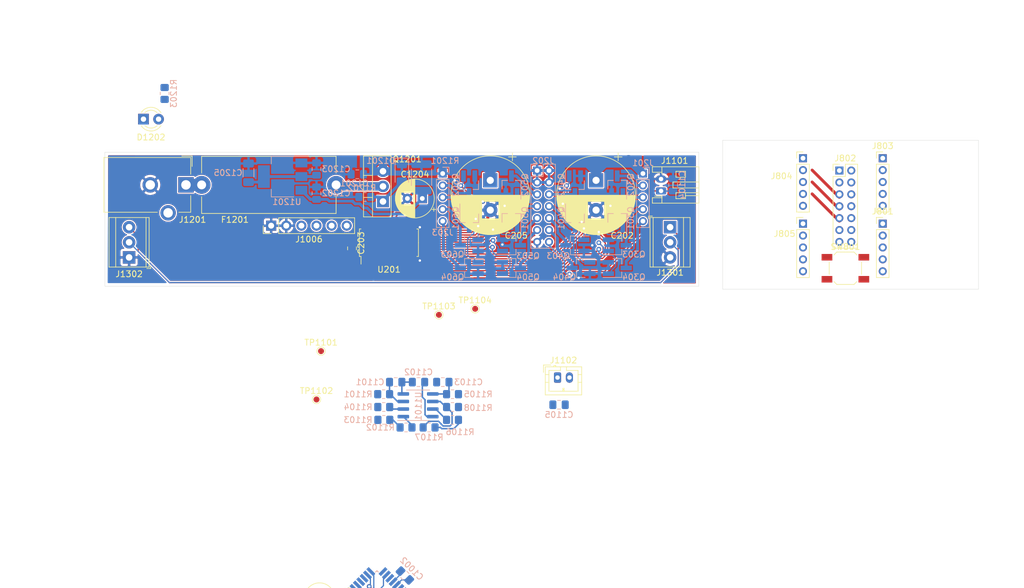
<source format=kicad_pcb>
(kicad_pcb (version 20171130) (host pcbnew 5.1.7-a382d34a8~87~ubuntu16.04.1)
  (layers (0 F.Cu signal hide) (31 B.Cu signal hide) (34 B.Paste user) (35 F.Paste user) (36 B.SilkS user) (37 F.SilkS user) (38 B.Mask user) (39 F.Mask user) (44 Edge.Cuts user))
  (net 0 "")
  (net 1 GND)
  (net 2 VDD)
  (net 3 +5V)
  (net 4 /Microcontroller/DTR)
  (net 5 /Microcontroller/Rx)
  (net 6 /Microcontroller/GPIO1)
  (net 7 /Microcontroller/GPIO2)
  (net 8 /Microcontroller/GPIO3)
  (net 9 /Microcontroller/GPIO4)
  (net 10 /Microcontroller/I2C_SCL)
  (net 11 /Microcontroller/I2C_SDA)
  (net 12 /Microcontroller/TxEn)
  (net 13 /PWM/~OE)
  (net 14 /0-10V/0-10Va1)
  (net 15 /0-10V/0-10Va2)
  (net 16 /Microcontroller/Reset)
  (net 17 /RS485/A)
  (net 18 /RS485/B)
  (net 19 /Microcontroller/MOSI)
  (net 20 /Microcontroller/SCK)
  (net 21 /Microcontroller/MISO)
  (net 22 /0-10V/0-10Vd1)
  (net 23 /0-10V/0-10Vd2)
  (net 24 /Microcontroller/Tx)
  (net 25 /Microcontroller/Rx_)
  (net 26 /PWM/strip4_w_out)
  (net 27 /PWM/strip3_w_out)
  (net 28 /PWM/strip2_w_out)
  (net 29 /PWM/strip1_w_out)
  (net 30 /PWM/strip1_r)
  (net 31 /PWM/strip1_g)
  (net 32 /PWM/strip1_b)
  (net 33 /PWM/strip1_w)
  (net 34 /PWM/strip2_r)
  (net 35 /PWM/strip2_g)
  (net 36 /PWM/strip2_b)
  (net 37 /PWM/strip2_w)
  (net 38 /PWM/strip3_r)
  (net 39 /PWM/strip3_g)
  (net 40 /PWM/strip3_b)
  (net 41 /PWM/strip3_w)
  (net 42 /PWM/strip4_r)
  (net 43 /PWM/strip4_g)
  (net 44 /PWM/strip4_b)
  (net 45 /PWM/strip4_w)
  (net 46 "Net-(C1002-Pad1)")
  (net 47 "Net-(C1003-Pad1)")
  (net 48 "Net-(C1004-Pad1)")
  (net 49 /Microcontroller/ADC_PWR)
  (net 50 "Net-(C1202-Pad1)")
  (net 51 "Net-(D1001-Pad2)")
  (net 52 "Net-(D1201-Pad2)")
  (net 53 "Net-(D1202-Pad2)")
  (net 54 "Net-(F1201-Pad2)")
  (net 55 "Net-(F1201-Pad1)")
  (net 56 /PWM/strip1_b_out)
  (net 57 /PWM/strip1_r_out)
  (net 58 /PWM/strip1_g_out)
  (net 59 /Microcontroller/button)
  (net 60 /PWM/strip2_b_out)
  (net 61 /PWM/strip3_b_out)
  (net 62 /PWM/strip2_r_out)
  (net 63 /PWM/strip3_r_out)
  (net 64 /PWM/strip2_g_out)
  (net 65 /PWM/strip3_g_out)
  (net 66 /PWM/strip4_b_out)
  (net 67 /PWM/strip4_r_out)
  (net 68 /PWM/strip4_g_out)
  (net 69 /PWM/SideStrip_left/white_)
  (net 70 /PWM/SideStrip_left/blue_)
  (net 71 /PWM/SideStrip_left/red_)
  (net 72 /PWM/SideStrip_left/green_)
  (net 73 /PWM/SideStrip_left/VDD_)
  (net 74 /PWM/CenterStrips/white_left_)
  (net 75 /PWM/CenterStrips/blue_left_)
  (net 76 /PWM/CenterStrips/red_left_)
  (net 77 /PWM/CenterStrips/green_left_)
  (net 78 /PWM/CenterStrips/VDD_)
  (net 79 /PWM/CenterStrips/GND_)
  (net 80 /PWM/CenterStrips/button_)
  (net 81 /PWM/CenterStrips/white_right_)
  (net 82 /PWM/CenterStrips/blue_right_)
  (net 83 /PWM/CenterStrips/red_right_)
  (net 84 /PWM/CenterStrips/green_right_)
  (net 85 /PWM/SideStrip_right/white_)
  (net 86 /PWM/SideStrip_right/blue_)
  (net 87 /PWM/SideStrip_right/red_)
  (net 88 /PWM/SideStrip_right/green_)
  (net 89 /PWM/SideStrip_right/VDD_)
  (net 90 "Net-(JP1301-Pad2)")
  (net 91 "Net-(R1102-Pad2)")
  (net 92 "Net-(R1103-Pad1)")
  (net 93 "Net-(R1106-Pad2)")
  (net 94 "Net-(R1107-Pad1)")
  (net 95 "Net-(C1104-Pad2)")
  (net 96 "Net-(C1105-Pad2)")
  (module Package_TO_SOT_SMD:SOT-23_Handsoldering (layer B.Cu) (at 105.664 30.48 270)
    (fp_text reference Q402 (at 0 2.286 90) (layer B.SilkS) (effects (justify mirror)))
    (fp_text value Si2302DS)
    (pad 3 smd rect (at 1.5 0 270) (size 1.9 0.8) (layers B.Cu B.Paste B.Mask) (net 64 /PWM/strip2_g_out))
    (pad 2 smd rect (at -1.5 -0.95 270) (size 1.9 0.8) (layers B.Cu B.Paste B.Mask) (net 1 GND))
    (pad 1 smd rect (at -1.5 0.95 270) (size 1.9 0.8) (layers B.Cu B.Paste B.Mask) (net 35 /PWM/strip2_g))
  )
  (module Button_Switch_SMD:SW_SPST_SKQG_WithStem (layer F.Cu) (at 72.898 105.537)
    (fp_text reference SW1001 (at 0 -3.6) (layer F.SilkS))
    (fp_text value SW_Push)
    (pad 2 smd rect (at 3.1 1.85) (size 1.8 1.1) (layers F.Cu F.Paste F.Mask) (net 1 GND))
    (pad 2 smd rect (at -3.1 1.85) (size 1.8 1.1) (layers F.Cu F.Paste F.Mask) (net 1 GND))
    (pad 1 smd rect (at 3.1 -1.85) (size 1.8 1.1) (layers F.Cu F.Paste F.Mask) (net 16 /Microcontroller/Reset))
    (pad 1 smd rect (at -3.1 -1.85) (size 1.8 1.1) (layers F.Cu F.Paste F.Mask) (net 16 /Microcontroller/Reset))
  )
  (module Button_Switch_SMD:SW_SPST_SKQG_WithStem (layer F.Cu) (at 151.127 44.492)
    (fp_text reference SW801 (at 0 -3.6) (layer F.SilkS))
    (fp_text value SW_Push)
    (pad 2 smd rect (at 3.1 1.85) (size 1.8 1.1) (layers F.Cu F.Paste F.Mask) (net 79 /PWM/CenterStrips/GND_))
    (pad 2 smd rect (at -3.1 1.85) (size 1.8 1.1) (layers F.Cu F.Paste F.Mask) (net 79 /PWM/CenterStrips/GND_))
    (pad 1 smd rect (at 3.1 -1.85) (size 1.8 1.1) (layers F.Cu F.Paste F.Mask) (net 80 /PWM/CenterStrips/button_))
    (pad 1 smd rect (at -3.1 -1.85) (size 1.8 1.1) (layers F.Cu F.Paste F.Mask) (net 80 /PWM/CenterStrips/button_))
  )
  (module Connector_PinSocket_1.27mm:PinSocket_1x06_P1.27mm_Vertical (layer F.Cu) (at 69.723 100.33 90)
    (fp_text reference J1005 (at 0 -2.135 90) (layer F.SilkS))
    (fp_text value AVR-ISP-6)
    (pad 6 thru_hole oval (at 0 6.35 90) (size 1 1) (drill 0.7) (layers *.Cu *.Mask) (net 1 GND))
    (pad 5 thru_hole oval (at 0 5.08 90) (size 1 1) (drill 0.7) (layers *.Cu *.Mask) (net 16 /Microcontroller/Reset))
    (pad 4 thru_hole oval (at 0 3.81 90) (size 1 1) (drill 0.7) (layers *.Cu *.Mask) (net 19 /Microcontroller/MOSI))
    (pad 3 thru_hole oval (at 0 2.54 90) (size 1 1) (drill 0.7) (layers *.Cu *.Mask) (net 20 /Microcontroller/SCK))
    (pad 2 thru_hole oval (at 0 1.27 90) (size 1 1) (drill 0.7) (layers *.Cu *.Mask) (net 3 +5V))
    (pad 1 thru_hole rect (at 0 0 90) (size 1 1) (drill 0.7) (layers *.Cu *.Mask) (net 21 /Microcontroller/MISO))
  )
  (module Fuse:Fuseholder_Cylinder-5x20mm_Stelvio-Kontek_PTF78_Horizontal_Open (layer F.Cu) (at 65.526 30.48 180)
    (fp_text reference F1201 (at 17.012 -5.842) (layer F.SilkS))
    (fp_text value Fuse)
    (pad 2 thru_hole circle (at 22.6 0 180) (size 3 3) (drill 1.5) (layers *.Cu *.Mask) (net 54 "Net-(F1201-Pad2)"))
    (pad 1 thru_hole circle (at 0 0 180) (size 3 3) (drill 1.5) (layers *.Cu *.Mask) (net 55 "Net-(F1201-Pad1)"))
  )
  (module Crystal:Crystal_HC49-U_Vertical (layer F.Cu) (at 62.738 100.584 270)
    (fp_text reference Y1001 (at 2.44 -3.525 90) (layer F.SilkS))
    (fp_text value Crystal)
    (pad 2 thru_hole circle (at 4.88 0 270) (size 1.5 1.5) (drill 0.8) (layers *.Cu *.Mask) (net 47 "Net-(C1003-Pad1)"))
    (pad 1 thru_hole circle (at 0 0 270) (size 1.5 1.5) (drill 0.8) (layers *.Cu *.Mask) (net 48 "Net-(C1004-Pad1)"))
  )
  (module Package_QFP:TQFP-32_7x7mm_P0.8mm (layer B.Cu) (at 72.39 100.457 45)
    (fp_text reference U1001 (at 0 6.05 45) (layer B.SilkS) (effects (justify mirror)))
    (fp_text value ATmega328P-AU)
    (pad 32 smd rect (at -2.8 4.25 315) (size 1.6 0.55) (layers B.Cu B.Paste B.Mask) (net 12 /Microcontroller/TxEn))
    (pad 31 smd rect (at -2 4.25 315) (size 1.6 0.55) (layers B.Cu B.Paste B.Mask) (net 24 /Microcontroller/Tx))
    (pad 30 smd rect (at -1.2 4.25 315) (size 1.6 0.55) (layers B.Cu B.Paste B.Mask) (net 25 /Microcontroller/Rx_))
    (pad 29 smd rect (at -0.4 4.25 315) (size 1.6 0.55) (layers B.Cu B.Paste B.Mask) (net 16 /Microcontroller/Reset))
    (pad 28 smd rect (at 0.4 4.25 315) (size 1.6 0.55) (layers B.Cu B.Paste B.Mask) (net 10 /Microcontroller/I2C_SCL))
    (pad 27 smd rect (at 1.2 4.25 315) (size 1.6 0.55) (layers B.Cu B.Paste B.Mask) (net 11 /Microcontroller/I2C_SDA))
    (pad 26 smd rect (at 2 4.25 315) (size 1.6 0.55) (layers B.Cu B.Paste B.Mask) (net 15 /0-10V/0-10Va2))
    (pad 25 smd rect (at 2.8 4.25 315) (size 1.6 0.55) (layers B.Cu B.Paste B.Mask) (net 23 /0-10V/0-10Vd2))
    (pad 24 smd rect (at 4.25 2.8 45) (size 1.6 0.55) (layers B.Cu B.Paste B.Mask) (net 14 /0-10V/0-10Va1))
    (pad 23 smd rect (at 4.25 2 45) (size 1.6 0.55) (layers B.Cu B.Paste B.Mask) (net 22 /0-10V/0-10Vd1))
    (pad 22 smd rect (at 4.25 1.2 45) (size 1.6 0.55) (layers B.Cu B.Paste B.Mask))
    (pad 21 smd rect (at 4.25 0.4 45) (size 1.6 0.55) (layers B.Cu B.Paste B.Mask) (net 1 GND))
    (pad 20 smd rect (at 4.25 -0.4 45) (size 1.6 0.55) (layers B.Cu B.Paste B.Mask) (net 46 "Net-(C1002-Pad1)"))
    (pad 19 smd rect (at 4.25 -1.2 45) (size 1.6 0.55) (layers B.Cu B.Paste B.Mask) (net 49 /Microcontroller/ADC_PWR))
    (pad 18 smd rect (at 4.25 -2 45) (size 1.6 0.55) (layers B.Cu B.Paste B.Mask) (net 3 +5V))
    (pad 17 smd rect (at 4.25 -2.8 45) (size 1.6 0.55) (layers B.Cu B.Paste B.Mask) (net 20 /Microcontroller/SCK))
    (pad 16 smd rect (at 2.8 -4.25 315) (size 1.6 0.55) (layers B.Cu B.Paste B.Mask) (net 21 /Microcontroller/MISO))
    (pad 15 smd rect (at 2 -4.25 315) (size 1.6 0.55) (layers B.Cu B.Paste B.Mask) (net 19 /Microcontroller/MOSI))
    (pad 14 smd rect (at 1.2 -4.25 315) (size 1.6 0.55) (layers B.Cu B.Paste B.Mask) (net 13 /PWM/~OE))
    (pad 13 smd rect (at 0.4 -4.25 315) (size 1.6 0.55) (layers B.Cu B.Paste B.Mask))
    (pad 12 smd rect (at -0.4 -4.25 315) (size 1.6 0.55) (layers B.Cu B.Paste B.Mask))
    (pad 11 smd rect (at -1.2 -4.25 315) (size 1.6 0.55) (layers B.Cu B.Paste B.Mask) (net 9 /Microcontroller/GPIO4))
    (pad 10 smd rect (at -2 -4.25 315) (size 1.6 0.55) (layers B.Cu B.Paste B.Mask) (net 8 /Microcontroller/GPIO3))
    (pad 9 smd rect (at -2.8 -4.25 315) (size 1.6 0.55) (layers B.Cu B.Paste B.Mask) (net 7 /Microcontroller/GPIO2))
    (pad 8 smd rect (at -4.25 -2.8 45) (size 1.6 0.55) (layers B.Cu B.Paste B.Mask) (net 48 "Net-(C1004-Pad1)"))
    (pad 7 smd rect (at -4.25 -2 45) (size 1.6 0.55) (layers B.Cu B.Paste B.Mask) (net 47 "Net-(C1003-Pad1)"))
    (pad 6 smd rect (at -4.25 -1.2 45) (size 1.6 0.55) (layers B.Cu B.Paste B.Mask) (net 3 +5V))
    (pad 5 smd rect (at -4.25 -0.4 45) (size 1.6 0.55) (layers B.Cu B.Paste B.Mask) (net 1 GND))
    (pad 4 smd rect (at -4.25 0.4 45) (size 1.6 0.55) (layers B.Cu B.Paste B.Mask) (net 3 +5V))
    (pad 3 smd rect (at -4.25 1.2 45) (size 1.6 0.55) (layers B.Cu B.Paste B.Mask) (net 1 GND))
    (pad 2 smd rect (at -4.25 2 45) (size 1.6 0.55) (layers B.Cu B.Paste B.Mask) (net 6 /Microcontroller/GPIO1))
    (pad 1 smd rect (at -4.25 2.8 45) (size 1.6 0.55) (layers B.Cu B.Paste B.Mask) (net 59 /Microcontroller/button))
  )
  (module Capacitor_THT:CP_Radial_D13.0mm_P5.00mm (layer F.Cu) (at 91.44 29.718 270)
    (fp_text reference C205 (at 9.282 -4.36) (layer F.SilkS))
    (fp_text value 470uF/35V)
    (pad 2 thru_hole circle (at 5 0 270) (size 2.4 2.4) (drill 1.2) (layers *.Cu *.Mask) (net 1 GND))
    (pad 1 thru_hole rect (at 0 0 270) (size 2.4 2.4) (drill 1.2) (layers *.Cu *.Mask) (net 2 VDD))
  )
  (module Package_SO:TSSOP-28_4.4x9.7mm_P0.65mm (layer F.Cu) (at 74.4 40.2 90)
    (fp_text reference U201 (at -4.504 0.022 180) (layer F.SilkS))
    (fp_text value PCA9685PW)
    (pad 28 smd roundrect (at 2.8625 -4.225 90) (size 1.475 0.4) (layers F.Cu F.Paste F.Mask) (net 3 +5V))
    (pad 27 smd roundrect (at 2.8625 -3.575 90) (size 1.475 0.4) (layers F.Cu F.Paste F.Mask) (net 11 /Microcontroller/I2C_SDA))
    (pad 26 smd roundrect (at 2.8625 -2.925 90) (size 1.475 0.4) (layers F.Cu F.Paste F.Mask) (net 10 /Microcontroller/I2C_SCL))
    (pad 25 smd roundrect (at 2.8625 -2.275 90) (size 1.475 0.4) (layers F.Cu F.Paste F.Mask) (net 1 GND))
    (pad 24 smd roundrect (at 2.8625 -1.625 90) (size 1.475 0.4) (layers F.Cu F.Paste F.Mask) (net 1 GND))
    (pad 23 smd roundrect (at 2.8625 -0.975 90) (size 1.475 0.4) (layers F.Cu F.Paste F.Mask) (net 13 /PWM/~OE))
    (pad 22 smd roundrect (at 2.8625 -0.325 90) (size 1.475 0.4) (layers F.Cu F.Paste F.Mask) (net 45 /PWM/strip4_w))
    (pad 21 smd roundrect (at 2.8625 0.325 90) (size 1.475 0.4) (layers F.Cu F.Paste F.Mask) (net 44 /PWM/strip4_b))
    (pad 20 smd roundrect (at 2.8625 0.975 90) (size 1.475 0.4) (layers F.Cu F.Paste F.Mask) (net 43 /PWM/strip4_g))
    (pad 19 smd roundrect (at 2.8625 1.625 90) (size 1.475 0.4) (layers F.Cu F.Paste F.Mask) (net 42 /PWM/strip4_r))
    (pad 18 smd roundrect (at 2.8625 2.275 90) (size 1.475 0.4) (layers F.Cu F.Paste F.Mask) (net 41 /PWM/strip3_w))
    (pad 17 smd roundrect (at 2.8625 2.925 90) (size 1.475 0.4) (layers F.Cu F.Paste F.Mask) (net 40 /PWM/strip3_b))
    (pad 16 smd roundrect (at 2.8625 3.575 90) (size 1.475 0.4) (layers F.Cu F.Paste F.Mask) (net 39 /PWM/strip3_g))
    (pad 15 smd roundrect (at 2.8625 4.225 90) (size 1.475 0.4) (layers F.Cu F.Paste F.Mask) (net 38 /PWM/strip3_r))
    (pad 14 smd roundrect (at -2.8625 4.225 90) (size 1.475 0.4) (layers F.Cu F.Paste F.Mask) (net 1 GND))
    (pad 13 smd roundrect (at -2.8625 3.575 90) (size 1.475 0.4) (layers F.Cu F.Paste F.Mask) (net 37 /PWM/strip2_w))
    (pad 12 smd roundrect (at -2.8625 2.925 90) (size 1.475 0.4) (layers F.Cu F.Paste F.Mask) (net 36 /PWM/strip2_b))
    (pad 11 smd roundrect (at -2.8625 2.275 90) (size 1.475 0.4) (layers F.Cu F.Paste F.Mask) (net 35 /PWM/strip2_g))
    (pad 10 smd roundrect (at -2.8625 1.625 90) (size 1.475 0.4) (layers F.Cu F.Paste F.Mask) (net 34 /PWM/strip2_r))
    (pad 9 smd roundrect (at -2.8625 0.975 90) (size 1.475 0.4) (layers F.Cu F.Paste F.Mask) (net 33 /PWM/strip1_w))
    (pad 8 smd roundrect (at -2.8625 0.325 90) (size 1.475 0.4) (layers F.Cu F.Paste F.Mask) (net 32 /PWM/strip1_b))
    (pad 7 smd roundrect (at -2.8625 -0.325 90) (size 1.475 0.4) (layers F.Cu F.Paste F.Mask) (net 31 /PWM/strip1_g))
    (pad 6 smd roundrect (at -2.8625 -0.975 90) (size 1.475 0.4) (layers F.Cu F.Paste F.Mask) (net 30 /PWM/strip1_r))
    (pad 5 smd roundrect (at -2.8625 -1.625 90) (size 1.475 0.4) (layers F.Cu F.Paste F.Mask) (net 1 GND))
    (pad 4 smd roundrect (at -2.8625 -2.275 90) (size 1.475 0.4) (layers F.Cu F.Paste F.Mask) (net 1 GND))
    (pad 3 smd roundrect (at -2.8625 -2.925 90) (size 1.475 0.4) (layers F.Cu F.Paste F.Mask) (net 1 GND))
    (pad 2 smd roundrect (at -2.8625 -3.575 90) (size 1.475 0.4) (layers F.Cu F.Paste F.Mask) (net 1 GND))
    (pad 1 smd roundrect (at -2.8625 -4.225 90) (size 1.475 0.4) (layers F.Cu F.Paste F.Mask) (net 1 GND))
  )
  (module Capacitor_SMD:C_0805_2012Metric_Pad1.18x1.45mm_HandSolder (layer B.Cu) (at 102.997 67.437)
    (fp_text reference C1105 (at 0 1.68) (layer B.SilkS) (effects (justify mirror)))
    (fp_text value C)
    (pad 2 smd roundrect (at 1.0375 0) (size 1.175 1.45) (layers B.Cu B.Paste B.Mask) (roundrect_rratio 0.2127659574468085) (net 96 "Net-(C1105-Pad2)"))
    (pad 1 smd roundrect (at -1.0375 0) (size 1.175 1.45) (layers B.Cu B.Paste B.Mask) (roundrect_rratio 0.2127659574468085) (net 1 GND))
  )
  (module Capacitor_SMD:C_0805_2012Metric_Pad1.18x1.45mm_HandSolder (layer B.Cu) (at 122.174 30.48 270)
    (fp_text reference C1104 (at 0 -1.524 90) (layer B.SilkS) (effects (justify mirror)))
    (fp_text value C)
    (pad 2 smd roundrect (at 1.0375 0 270) (size 1.175 1.45) (layers B.Cu B.Paste B.Mask) (roundrect_rratio 0.2127659574468085) (net 95 "Net-(C1104-Pad2)"))
    (pad 1 smd roundrect (at -1.0375 0 270) (size 1.175 1.45) (layers B.Cu B.Paste B.Mask) (roundrect_rratio 0.2127659574468085) (net 1 GND))
  )
  (module TerminalBlock_TE-Connectivity:TerminalBlock_TE_282834-3_1x03_P2.54mm_Horizontal (layer F.Cu) (at 30.734 42.672 90)
    (fp_text reference J1302 (at -2.794 0 180) (layer F.SilkS))
    (fp_text value Screw_Terminal_01x03)
    (pad 3 thru_hole circle (at 5.08 0 90) (size 2.1 2.1) (drill 1.1) (layers *.Cu *.Mask) (net 18 /RS485/B))
    (pad 2 thru_hole circle (at 2.54 0 90) (size 2.1 2.1) (drill 1.1) (layers *.Cu *.Mask) (net 17 /RS485/A))
    (pad 1 thru_hole rect (at 0 0 90) (size 2.1 2.1) (drill 1.1) (layers *.Cu *.Mask) (net 1 GND))
  )
  (module TerminalBlock_TE-Connectivity:TerminalBlock_TE_282834-3_1x03_P2.54mm_Horizontal (layer F.Cu) (at 121.666 37.592 270)
    (fp_text reference J1301 (at 7.62 0 180) (layer F.SilkS))
    (fp_text value Screw_Terminal_01x03)
    (pad 3 thru_hole circle (at 5.08 0 270) (size 2.1 2.1) (drill 1.1) (layers *.Cu *.Mask) (net 1 GND))
    (pad 2 thru_hole circle (at 2.54 0 270) (size 2.1 2.1) (drill 1.1) (layers *.Cu *.Mask) (net 17 /RS485/A))
    (pad 1 thru_hole rect (at 0 0 270) (size 2.1 2.1) (drill 1.1) (layers *.Cu *.Mask) (net 18 /RS485/B))
  )
  (module Connector_PinHeader_2.00mm:PinHeader_1x05_P2.00mm_Vertical (layer B.Cu) (at 83.439 28.575 180)
    (fp_text reference J203 (at 0 -9.906) (layer B.SilkS) (effects (justify mirror)))
    (fp_text value Conn_01x05)
    (pad 5 thru_hole oval (at 0 -8 180) (size 1.35 1.35) (drill 0.8) (layers *.Cu *.Mask) (net 26 /PWM/strip4_w_out))
    (pad 4 thru_hole oval (at 0 -6 180) (size 1.35 1.35) (drill 0.8) (layers *.Cu *.Mask) (net 66 /PWM/strip4_b_out))
    (pad 3 thru_hole oval (at 0 -4 180) (size 1.35 1.35) (drill 0.8) (layers *.Cu *.Mask) (net 67 /PWM/strip4_r_out))
    (pad 2 thru_hole oval (at 0 -2 180) (size 1.35 1.35) (drill 0.8) (layers *.Cu *.Mask) (net 68 /PWM/strip4_g_out))
    (pad 1 thru_hole rect (at 0 0 180) (size 1.35 1.35) (drill 0.8) (layers *.Cu *.Mask) (net 2 VDD))
  )
  (module Capacitor_THT:CP_Radial_D13.0mm_P5.00mm (layer F.Cu) (at 109.22 29.718 270)
    (fp_text reference C202 (at 9.282 -4.38 180) (layer F.SilkS))
    (fp_text value 470uF/35V)
    (pad 2 thru_hole circle (at 5 0 270) (size 2.4 2.4) (drill 1.2) (layers *.Cu *.Mask) (net 1 GND))
    (pad 1 thru_hole rect (at 0 0 270) (size 2.4 2.4) (drill 1.2) (layers *.Cu *.Mask) (net 2 VDD))
  )
  (module Package_TO_SOT_SMD:SOT-23_Handsoldering (layer B.Cu) (at 105.664 40.64 180)
    (fp_text reference Q403 (at 2.794 -1.778 180) (layer B.SilkS) (effects (justify mirror)))
    (fp_text value Si2302DS)
    (pad 3 smd rect (at 1.5 0 180) (size 1.9 0.8) (layers B.Cu B.Paste B.Mask) (net 60 /PWM/strip2_b_out))
    (pad 2 smd rect (at -1.5 -0.95 180) (size 1.9 0.8) (layers B.Cu B.Paste B.Mask) (net 1 GND))
    (pad 1 smd rect (at -1.5 0.95 180) (size 1.9 0.8) (layers B.Cu B.Paste B.Mask) (net 36 /PWM/strip2_b))
  )
  (module Connector_PinSocket_2.00mm:PinSocket_2x07_P2.00mm_Vertical (layer B.Cu) (at 99.314 28.067 180)
    (fp_text reference J202 (at -1.016 1.651) (layer B.SilkS) (effects (justify mirror)))
    (fp_text value Conn_02x07_Odd_Even)
    (pad 14 thru_hole oval (at -2 -12 180) (size 1.35 1.35) (drill 0.8) (layers *.Cu *.Mask) (net 59 /Microcontroller/button))
    (pad 13 thru_hole oval (at 0 -12 180) (size 1.35 1.35) (drill 0.8) (layers *.Cu *.Mask) (net 1 GND))
    (pad 12 thru_hole oval (at -2 -10 180) (size 1.35 1.35) (drill 0.8) (layers *.Cu *.Mask) (net 28 /PWM/strip2_w_out))
    (pad 11 thru_hole oval (at 0 -10 180) (size 1.35 1.35) (drill 0.8) (layers *.Cu *.Mask) (net 27 /PWM/strip3_w_out))
    (pad 10 thru_hole oval (at -2 -8 180) (size 1.35 1.35) (drill 0.8) (layers *.Cu *.Mask) (net 60 /PWM/strip2_b_out))
    (pad 9 thru_hole oval (at 0 -8 180) (size 1.35 1.35) (drill 0.8) (layers *.Cu *.Mask) (net 61 /PWM/strip3_b_out))
    (pad 8 thru_hole oval (at -2 -6 180) (size 1.35 1.35) (drill 0.8) (layers *.Cu *.Mask) (net 62 /PWM/strip2_r_out))
    (pad 7 thru_hole oval (at 0 -6 180) (size 1.35 1.35) (drill 0.8) (layers *.Cu *.Mask) (net 63 /PWM/strip3_r_out))
    (pad 6 thru_hole oval (at -2 -4 180) (size 1.35 1.35) (drill 0.8) (layers *.Cu *.Mask) (net 64 /PWM/strip2_g_out))
    (pad 5 thru_hole oval (at 0 -4 180) (size 1.35 1.35) (drill 0.8) (layers *.Cu *.Mask) (net 65 /PWM/strip3_g_out))
    (pad 4 thru_hole oval (at -2 -2 180) (size 1.35 1.35) (drill 0.8) (layers *.Cu *.Mask) (net 2 VDD))
    (pad 3 thru_hole oval (at 0 -2 180) (size 1.35 1.35) (drill 0.8) (layers *.Cu *.Mask) (net 2 VDD))
    (pad 2 thru_hole oval (at -2 0 180) (size 1.35 1.35) (drill 0.8) (layers *.Cu *.Mask) (net 2 VDD))
    (pad 1 thru_hole rect (at 0 0 180) (size 1.35 1.35) (drill 0.8) (layers *.Cu *.Mask) (net 2 VDD))
  )
  (module LED_THT:LED_D3.0mm (layer F.Cu) (at 33.147 19.431)
    (fp_text reference D1202 (at 1.27 3.048) (layer F.SilkS))
    (fp_text value LED)
    (pad 2 thru_hole circle (at 2.54 0) (size 1.8 1.8) (drill 0.9) (layers *.Cu *.Mask) (net 53 "Net-(D1202-Pad2)"))
    (pad 1 thru_hole rect (at 0 0) (size 1.8 1.8) (drill 0.9) (layers *.Cu *.Mask) (net 1 GND))
  )
  (module Capacitor_THT:CP_Radial_D6.3mm_P2.50mm (layer F.Cu) (at 80.01 32.766 180)
    (fp_text reference C1204 (at 1.23 4.064) (layer F.SilkS))
    (fp_text value 100uF/35V)
    (pad 2 thru_hole circle (at 2.5 0 180) (size 1.6 1.6) (drill 0.8) (layers *.Cu *.Mask) (net 1 GND))
    (pad 1 thru_hole rect (at 0 0 180) (size 1.6 1.6) (drill 0.8) (layers *.Cu *.Mask) (net 50 "Net-(C1202-Pad1)"))
  )
  (module Capacitor_SMD:C_1206_3216Metric_Pad1.33x1.80mm_HandSolder (layer B.Cu) (at 50.8 28.448 90)
    (fp_text reference C1205 (at 0 -3.429) (layer B.SilkS) (effects (justify mirror)))
    (fp_text value 47uF/50V)
    (pad 1 smd roundrect (at -1.5625 0 90) (size 1.325 1.8) (layers B.Cu B.Paste B.Mask) (roundrect_rratio 0.1886784905660377) (net 3 +5V))
    (pad 2 smd roundrect (at 1.5625 0 90) (size 1.325 1.8) (layers B.Cu B.Paste B.Mask) (roundrect_rratio 0.1886784905660377) (net 1 GND))
  )
  (module Package_TO_SOT_SMD:SOT-23_Handsoldering (layer B.Cu) (at 87.884 44.45 180)
    (fp_text reference Q604 (at 2.794 -1.524 180) (layer B.SilkS) (effects (justify mirror)))
    (fp_text value Si2302DS)
    (pad 3 smd rect (at 1.5 0 180) (size 1.9 0.8) (layers B.Cu B.Paste B.Mask) (net 26 /PWM/strip4_w_out))
    (pad 2 smd rect (at -1.5 -0.95 180) (size 1.9 0.8) (layers B.Cu B.Paste B.Mask) (net 1 GND))
    (pad 1 smd rect (at -1.5 0.95 180) (size 1.9 0.8) (layers B.Cu B.Paste B.Mask) (net 45 /PWM/strip4_w))
  )
  (module Package_SO:SOIC-8_3.9x4.9mm_P1.27mm (layer B.Cu) (at 79.299 67.523)
    (fp_text reference U1101 (at 0.076 0.168 90) (layer B.SilkS) (effects (justify mirror)))
    (fp_text value LM358)
    (pad 8 smd roundrect (at 2.475 1.905) (size 1.95 0.6) (layers B.Cu B.Paste B.Mask) (net 2 VDD))
    (pad 7 smd roundrect (at 2.475 0.635) (size 1.95 0.6) (layers B.Cu B.Paste B.Mask) (net 93 "Net-(R1106-Pad2)"))
    (pad 6 smd roundrect (at 2.475 -0.635) (size 1.95 0.6) (layers B.Cu B.Paste B.Mask) (net 94 "Net-(R1107-Pad1)"))
    (pad 5 smd roundrect (at 2.475 -1.905) (size 1.95 0.6) (layers B.Cu B.Paste B.Mask) (net 15 /0-10V/0-10Va2))
    (pad 4 smd roundrect (at -2.475 -1.905) (size 1.95 0.6) (layers B.Cu B.Paste B.Mask) (net 1 GND))
    (pad 3 smd roundrect (at -2.475 -0.635) (size 1.95 0.6) (layers B.Cu B.Paste B.Mask) (net 14 /0-10V/0-10Va1))
    (pad 2 smd roundrect (at -2.475 0.635) (size 1.95 0.6) (layers B.Cu B.Paste B.Mask) (net 92 "Net-(R1103-Pad1)"))
    (pad 1 smd roundrect (at -2.475 1.905) (size 1.95 0.6) (layers B.Cu B.Paste B.Mask) (net 91 "Net-(R1102-Pad2)"))
  )
  (module Resistor_SMD:R_0805_2012Metric_Pad1.20x1.40mm_HandSolder (layer B.Cu) (at 70.358 32.512 180)
    (fp_text reference R1202 (at 0.508 1.524) (layer B.SilkS) (effects (justify mirror)))
    (fp_text value 100k)
    (pad 2 smd roundrect (at 1 0 180) (size 1.2 1.4) (layers B.Cu B.Paste B.Mask) (roundrect_rratio 0.2083325) (net 1 GND))
    (pad 1 smd roundrect (at -1 0 180) (size 1.2 1.4) (layers B.Cu B.Paste B.Mask) (roundrect_rratio 0.2083325) (net 52 "Net-(D1201-Pad2)"))
  )
  (module Package_TO_SOT_SMD:SOT-23-8_Handsoldering (layer F.Cu) (at -22.118 58.46)
    (fp_text reference U1301 (at 0 -2.5) (layer F.SilkS))
    (fp_text value MAX485E)
    (pad 8 smd rect (at 1.35 -0.98) (size 1.56 0.4) (layers F.Cu F.Paste F.Mask) (net 3 +5V))
    (pad 7 smd rect (at 1.35 -0.33) (size 1.56 0.4) (layers F.Cu F.Paste F.Mask) (net 18 /RS485/B))
    (pad 6 smd rect (at 1.35 0.33) (size 1.56 0.4) (layers F.Cu F.Paste F.Mask) (net 17 /RS485/A))
    (pad 5 smd rect (at 1.35 0.98) (size 1.56 0.4) (layers F.Cu F.Paste F.Mask) (net 1 GND))
    (pad 4 smd rect (at -1.35 0.98) (size 1.56 0.4) (layers F.Cu F.Paste F.Mask) (net 24 /Microcontroller/Tx))
    (pad 3 smd rect (at -1.35 0.33) (size 1.56 0.4) (layers F.Cu F.Paste F.Mask) (net 12 /Microcontroller/TxEn))
    (pad 2 smd rect (at -1.35 -0.33) (size 1.56 0.4) (layers F.Cu F.Paste F.Mask) (net 12 /Microcontroller/TxEn))
    (pad 1 smd rect (at -1.35 -0.98) (size 1.56 0.4) (layers F.Cu F.Paste F.Mask) (net 5 /Microcontroller/Rx))
  )
  (module Package_TO_SOT_SMD:SOT-223-3_TabPin2 (layer B.Cu) (at 56.54 29.083 180)
    (fp_text reference U1201 (at -0.6985 -4.2545) (layer B.SilkS) (effects (justify mirror)))
    (fp_text value AMS1117-5.0)
    (pad 2 smd rect (at 3.15 0 180) (size 2 3.8) (layers B.Cu B.Paste B.Mask) (net 3 +5V))
    (pad 2 smd rect (at -3.15 0 180) (size 2 1.5) (layers B.Cu B.Paste B.Mask) (net 3 +5V))
    (pad 3 smd rect (at -3.15 -2.3 180) (size 2 1.5) (layers B.Cu B.Paste B.Mask) (net 50 "Net-(C1202-Pad1)"))
    (pad 1 smd rect (at -3.15 2.3 180) (size 2 1.5) (layers B.Cu B.Paste B.Mask) (net 1 GND))
  )
  (module TestPoint:TestPoint_Pad_D1.0mm (layer F.Cu) (at -3.418 57.66)
    (fp_text reference TP1305 (at 0 -1.448) (layer F.SilkS))
    (fp_text value TxEn)
    (pad 1 smd circle (at 0 0) (size 1 1) (layers F.Cu F.Mask) (net 12 /Microcontroller/TxEn))
  )
  (module TestPoint:TestPoint_Pad_D1.0mm (layer F.Cu) (at -17.668 60.61)
    (fp_text reference TP1304 (at 0 -1.448) (layer F.SilkS))
    (fp_text value A)
    (pad 1 smd circle (at 0 0) (size 1 1) (layers F.Cu F.Mask) (net 17 /RS485/A))
  )
  (module TestPoint:TestPoint_Pad_D1.0mm (layer F.Cu) (at -14.618 60.61)
    (fp_text reference TP1303 (at 0 -1.448) (layer F.SilkS))
    (fp_text value Tx)
    (pad 1 smd circle (at 0 0) (size 1 1) (layers F.Cu F.Mask) (net 24 /Microcontroller/Tx))
  )
  (module TestPoint:TestPoint_Pad_D1.0mm (layer F.Cu) (at -11.568 60.61)
    (fp_text reference TP1302 (at 0 -1.448) (layer F.SilkS))
    (fp_text value Rx)
    (pad 1 smd circle (at 0 0) (size 1 1) (layers F.Cu F.Mask) (net 5 /Microcontroller/Rx))
  )
  (module TestPoint:TestPoint_Pad_D1.0mm (layer F.Cu) (at 0.382 55.21)
    (fp_text reference TP1301 (at 0 -1.448) (layer F.SilkS))
    (fp_text value B)
    (pad 1 smd circle (at 0 0) (size 1 1) (layers F.Cu F.Mask) (net 18 /RS485/B))
  )
  (module TestPoint:TestPoint_Pad_D1.0mm (layer F.Cu) (at 60.102 -34.27)
    (fp_text reference TP1203 (at 0 -1.448) (layer F.SilkS))
    (fp_text value GND)
    (pad 1 smd circle (at 0 0) (size 1 1) (layers F.Cu F.Mask) (net 1 GND))
  )
  (module TestPoint:TestPoint_Pad_D1.0mm (layer F.Cu) (at 54.332 -29.2)
    (fp_text reference TP1202 (at 0 -1.448) (layer F.SilkS))
    (fp_text value 5V+)
    (pad 1 smd circle (at 0 0) (size 1 1) (layers F.Cu F.Mask) (net 3 +5V))
  )
  (module TestPoint:TestPoint_Pad_D1.0mm (layer F.Cu) (at 49.582 -26.25)
    (fp_text reference TP1201 (at 0 -1.448) (layer F.SilkS))
    (fp_text value VDD)
    (pad 1 smd circle (at 0 0) (size 1 1) (layers F.Cu F.Mask) (net 2 VDD))
  )
  (module TestPoint:TestPoint_Pad_D1.0mm (layer F.Cu) (at 88.9 51.308)
    (fp_text reference TP1104 (at 0 -1.448) (layer F.SilkS))
    (fp_text value 0-10Vd2)
    (pad 1 smd circle (at 0 0) (size 1 1) (layers F.Cu F.Mask) (net 23 /0-10V/0-10Vd2))
  )
  (module TestPoint:TestPoint_Pad_D1.0mm (layer F.Cu) (at 82.804 52.324)
    (fp_text reference TP1103 (at 0 -1.448) (layer F.SilkS))
    (fp_text value 0-10Va2)
    (pad 1 smd circle (at 0 0) (size 1 1) (layers F.Cu F.Mask) (net 15 /0-10V/0-10Va2))
  )
  (module TestPoint:TestPoint_Pad_D1.0mm (layer F.Cu) (at 62.23 66.548)
    (fp_text reference TP1102 (at 0 -1.448) (layer F.SilkS))
    (fp_text value 0-10Vd1)
    (pad 1 smd circle (at 0 0) (size 1 1) (layers F.Cu F.Mask) (net 22 /0-10V/0-10Vd1))
  )
  (module TestPoint:TestPoint_Pad_D1.0mm (layer F.Cu) (at 62.992 58.42)
    (fp_text reference TP1101 (at 0 -1.448) (layer F.SilkS))
    (fp_text value 0-10Va1)
    (pad 1 smd circle (at 0 0) (size 1 1) (layers F.Cu F.Mask) (net 14 /0-10V/0-10Va1))
  )
  (module TestPoint:TestPoint_Pad_D1.0mm (layer F.Cu) (at -7.768 85.36)
    (fp_text reference TP1004 (at 0 -1.448) (layer F.SilkS))
    (fp_text value ADC1)
    (pad 1 smd circle (at 0 0) (size 1 1) (layers F.Cu F.Mask) (net 49 /Microcontroller/ADC_PWR))
  )
  (module TestPoint:TestPoint_Pad_D1.0mm (layer F.Cu) (at -8.358 88.96)
    (fp_text reference TP1003 (at 0 -1.448) (layer F.SilkS))
    (fp_text value SCL)
    (pad 1 smd circle (at 0 0) (size 1 1) (layers F.Cu F.Mask) (net 10 /Microcontroller/I2C_SCL))
  )
  (module TestPoint:TestPoint_Pad_D1.0mm (layer F.Cu) (at -7.768 82.31)
    (fp_text reference TP1002 (at 0 -1.448) (layer F.SilkS))
    (fp_text value SCA)
    (pad 1 smd circle (at 0 0) (size 1 1) (layers F.Cu F.Mask) (net 11 /Microcontroller/I2C_SDA))
  )
  (module TestPoint:TestPoint_Pad_D1.0mm (layer F.Cu) (at -7.768 79.26)
    (fp_text reference TP1001 (at 0 -1.448) (layer F.SilkS))
    (fp_text value ~PWM_OE)
    (pad 1 smd circle (at 0 0) (size 1 1) (layers F.Cu F.Mask) (net 13 /PWM/~OE))
  )
  (module Resistor_SMD:R_0805_2012Metric_Pad1.20x1.40mm_HandSolder (layer F.Cu) (at -7.318 57.61)
    (fp_text reference R1303 (at 0 -1.65) (layer F.SilkS))
    (fp_text value 20K)
    (pad 2 smd roundrect (at 1 0) (size 1.2 1.4) (layers F.Cu F.Paste F.Mask) (roundrect_rratio 0.2083325) (net 3 +5V))
    (pad 1 smd roundrect (at -1 0) (size 1.2 1.4) (layers F.Cu F.Paste F.Mask) (roundrect_rratio 0.2083325) (net 17 /RS485/A))
  )
  (module Resistor_SMD:R_0805_2012Metric_Pad1.20x1.40mm_HandSolder (layer F.Cu) (at -12.068 57.61)
    (fp_text reference R1302 (at 0 -1.65) (layer F.SilkS))
    (fp_text value 120)
    (pad 2 smd roundrect (at 1 0) (size 1.2 1.4) (layers F.Cu F.Paste F.Mask) (roundrect_rratio 0.2083325) (net 17 /RS485/A))
    (pad 1 smd roundrect (at -1 0) (size 1.2 1.4) (layers F.Cu F.Paste F.Mask) (roundrect_rratio 0.2083325) (net 90 "Net-(JP1301-Pad2)"))
  )
  (module Resistor_SMD:R_0805_2012Metric_Pad1.20x1.40mm_HandSolder (layer F.Cu) (at -16.818 57.61)
    (fp_text reference R1301 (at 0 -1.65) (layer F.SilkS))
    (fp_text value 20K)
    (pad 2 smd roundrect (at 1 0) (size 1.2 1.4) (layers F.Cu F.Paste F.Mask) (roundrect_rratio 0.2083325) (net 18 /RS485/B))
    (pad 1 smd roundrect (at -1 0) (size 1.2 1.4) (layers F.Cu F.Paste F.Mask) (roundrect_rratio 0.2083325) (net 1 GND))
  )
  (module Resistor_SMD:R_0805_2012Metric_Pad1.20x1.40mm_HandSolder (layer B.Cu) (at 36.703 15.113 270)
    (fp_text reference R1203 (at 0 -1.524 90) (layer B.SilkS) (effects (justify mirror)))
    (fp_text value 330)
    (pad 2 smd roundrect (at 1 0 270) (size 1.2 1.4) (layers B.Cu B.Paste B.Mask) (roundrect_rratio 0.2083325) (net 53 "Net-(D1202-Pad2)"))
    (pad 1 smd roundrect (at -1 0 270) (size 1.2 1.4) (layers B.Cu B.Paste B.Mask) (roundrect_rratio 0.2083325) (net 3 +5V))
  )
  (module Resistor_SMD:R_1812_4532Metric_Pad1.30x3.40mm_HandSolder (layer B.Cu) (at 79.883 29.21 90)
    (fp_text reference R1201 (at 2.794 3.937 180) (layer B.SilkS) (effects (justify mirror)))
    (fp_text value "100, 1W")
    (pad 2 smd roundrect (at 2.225 0 90) (size 1.3 3.4) (layers B.Cu B.Paste B.Mask) (roundrect_rratio 0.1923076923076923) (net 2 VDD))
    (pad 1 smd roundrect (at -2.225 0 90) (size 1.3 3.4) (layers B.Cu B.Paste B.Mask) (roundrect_rratio 0.1923076923076923) (net 50 "Net-(C1202-Pad1)"))
  )
  (module Resistor_SMD:R_0805_2012Metric_Pad1.20x1.40mm_HandSolder (layer B.Cu) (at 85.09 67.818 180)
    (fp_text reference R1108 (at -4.318 -0.127) (layer B.SilkS) (effects (justify mirror)))
    (fp_text value 10k)
    (pad 2 smd roundrect (at 1 0 180) (size 1.2 1.4) (layers B.Cu B.Paste B.Mask) (roundrect_rratio 0.2083325) (net 94 "Net-(R1107-Pad1)"))
    (pad 1 smd roundrect (at -1 0 180) (size 1.2 1.4) (layers B.Cu B.Paste B.Mask) (roundrect_rratio 0.2083325) (net 1 GND))
  )
  (module Resistor_SMD:R_0805_2012Metric_Pad1.20x1.40mm_HandSolder (layer B.Cu) (at 81.153 71.247)
    (fp_text reference R1107 (at 0 1.65) (layer B.SilkS) (effects (justify mirror)))
    (fp_text value 10k)
    (pad 2 smd roundrect (at 1 0) (size 1.2 1.4) (layers B.Cu B.Paste B.Mask) (roundrect_rratio 0.2083325) (net 96 "Net-(C1105-Pad2)"))
    (pad 1 smd roundrect (at -1 0) (size 1.2 1.4) (layers B.Cu B.Paste B.Mask) (roundrect_rratio 0.2083325) (net 94 "Net-(R1107-Pad1)"))
  )
  (module Resistor_SMD:R_0805_2012Metric_Pad1.20x1.40mm_HandSolder (layer B.Cu) (at 85.09 69.977 180)
    (fp_text reference R1106 (at -1.27 -2.032 180) (layer B.SilkS) (effects (justify mirror)))
    (fp_text value 1k)
    (pad 2 smd roundrect (at 1 0 180) (size 1.2 1.4) (layers B.Cu B.Paste B.Mask) (roundrect_rratio 0.2083325) (net 93 "Net-(R1106-Pad2)"))
    (pad 1 smd roundrect (at -1 0 180) (size 1.2 1.4) (layers B.Cu B.Paste B.Mask) (roundrect_rratio 0.2083325) (net 96 "Net-(C1105-Pad2)"))
  )
  (module Resistor_SMD:R_0805_2012Metric_Pad1.20x1.40mm_HandSolder (layer B.Cu) (at 85.09 65.659)
    (fp_text reference R1105 (at 4.318 0) (layer B.SilkS) (effects (justify mirror)))
    (fp_text value 1k)
    (pad 2 smd roundrect (at 1 0) (size 1.2 1.4) (layers B.Cu B.Paste B.Mask) (roundrect_rratio 0.2083325) (net 23 /0-10V/0-10Vd2))
    (pad 1 smd roundrect (at -1 0) (size 1.2 1.4) (layers B.Cu B.Paste B.Mask) (roundrect_rratio 0.2083325) (net 15 /0-10V/0-10Va2))
  )
  (module Resistor_SMD:R_0805_2012Metric_Pad1.20x1.40mm_HandSolder (layer B.Cu) (at 73.533 67.818)
    (fp_text reference R1104 (at -4.318 0) (layer B.SilkS) (effects (justify mirror)))
    (fp_text value 10k)
    (pad 2 smd roundrect (at 1 0) (size 1.2 1.4) (layers B.Cu B.Paste B.Mask) (roundrect_rratio 0.2083325) (net 92 "Net-(R1103-Pad1)"))
    (pad 1 smd roundrect (at -1 0) (size 1.2 1.4) (layers B.Cu B.Paste B.Mask) (roundrect_rratio 0.2083325) (net 1 GND))
  )
  (module Resistor_SMD:R_0805_2012Metric_Pad1.20x1.40mm_HandSolder (layer B.Cu) (at 73.549 69.977)
    (fp_text reference R1103 (at -4.334 0) (layer B.SilkS) (effects (justify mirror)))
    (fp_text value 10k)
    (pad 2 smd roundrect (at 1 0) (size 1.2 1.4) (layers B.Cu B.Paste B.Mask) (roundrect_rratio 0.2083325) (net 95 "Net-(C1104-Pad2)"))
    (pad 1 smd roundrect (at -1 0) (size 1.2 1.4) (layers B.Cu B.Paste B.Mask) (roundrect_rratio 0.2083325) (net 92 "Net-(R1103-Pad1)"))
  )
  (module Resistor_SMD:R_0805_2012Metric_Pad1.20x1.40mm_HandSolder (layer B.Cu) (at 77.2795 71.247)
    (fp_text reference R1102 (at -4.318 0) (layer B.SilkS) (effects (justify mirror)))
    (fp_text value 1k)
    (pad 2 smd roundrect (at 1 0) (size 1.2 1.4) (layers B.Cu B.Paste B.Mask) (roundrect_rratio 0.2083325) (net 91 "Net-(R1102-Pad2)"))
    (pad 1 smd roundrect (at -1 0) (size 1.2 1.4) (layers B.Cu B.Paste B.Mask) (roundrect_rratio 0.2083325) (net 95 "Net-(C1104-Pad2)"))
  )
  (module Resistor_SMD:R_0805_2012Metric_Pad1.20x1.40mm_HandSolder (layer B.Cu) (at 73.517 65.659 180)
    (fp_text reference R1101 (at 4.302 0) (layer B.SilkS) (effects (justify mirror)))
    (fp_text value 1k)
    (pad 2 smd roundrect (at 1 0 180) (size 1.2 1.4) (layers B.Cu B.Paste B.Mask) (roundrect_rratio 0.2083325) (net 22 /0-10V/0-10Vd1))
    (pad 1 smd roundrect (at -1 0 180) (size 1.2 1.4) (layers B.Cu B.Paste B.Mask) (roundrect_rratio 0.2083325) (net 14 /0-10V/0-10Va1))
  )
  (module Resistor_SMD:R_0805_2012Metric_Pad1.20x1.40mm_HandSolder (layer F.Cu) (at -39.878 83.82 270)
    (fp_text reference R1008 (at 0 3.302 180) (layer F.SilkS))
    (fp_text value R)
    (pad 2 smd roundrect (at 1 0 270) (size 1.2 1.4) (layers F.Cu F.Paste F.Mask) (roundrect_rratio 0.2083325) (net 1 GND))
    (pad 1 smd roundrect (at -1 0 270) (size 1.2 1.4) (layers F.Cu F.Paste F.Mask) (roundrect_rratio 0.2083325) (net 49 /Microcontroller/ADC_PWR))
  )
  (module Resistor_SMD:R_0805_2012Metric_Pad1.20x1.40mm_HandSolder (layer F.Cu) (at -39.878 79.248 270)
    (fp_text reference R1007 (at 0 3.556 180) (layer F.SilkS))
    (fp_text value R)
    (pad 2 smd roundrect (at 1 0 270) (size 1.2 1.4) (layers F.Cu F.Paste F.Mask) (roundrect_rratio 0.2083325) (net 49 /Microcontroller/ADC_PWR))
    (pad 1 smd roundrect (at -1 0 270) (size 1.2 1.4) (layers F.Cu F.Paste F.Mask) (roundrect_rratio 0.2083325) (net 2 VDD))
  )
  (module Resistor_SMD:R_0805_2012Metric_Pad1.20x1.40mm_HandSolder (layer F.Cu) (at 66.802 129.032)
    (fp_text reference R1006 (at 0 -1.65) (layer F.SilkS))
    (fp_text value 10K)
    (pad 2 smd roundrect (at 1 0) (size 1.2 1.4) (layers F.Cu F.Paste F.Mask) (roundrect_rratio 0.2083325) (net 16 /Microcontroller/Reset))
    (pad 1 smd roundrect (at -1 0) (size 1.2 1.4) (layers F.Cu F.Paste F.Mask) (roundrect_rratio 0.2083325) (net 3 +5V))
  )
  (module Resistor_SMD:R_0805_2012Metric_Pad1.20x1.40mm_HandSolder (layer B.Cu) (at 39.624 117.348)
    (fp_text reference R1005 (at 0 1.65) (layer B.SilkS) (effects (justify mirror)))
    (fp_text value R)
    (pad 2 smd roundrect (at 1 0) (size 1.2 1.4) (layers B.Cu B.Paste B.Mask) (roundrect_rratio 0.2083325) (net 59 /Microcontroller/button))
    (pad 1 smd roundrect (at -1 0) (size 1.2 1.4) (layers B.Cu B.Paste B.Mask) (roundrect_rratio 0.2083325) (net 3 +5V))
  )
  (module Resistor_SMD:R_0805_2012Metric_Pad1.20x1.40mm_HandSolder (layer F.Cu) (at -17.068 91.92)
    (fp_text reference R1004 (at 0 -1.65) (layer F.SilkS))
    (fp_text value R)
    (pad 2 smd roundrect (at 1 0) (size 1.2 1.4) (layers F.Cu F.Paste F.Mask) (roundrect_rratio 0.2083325) (net 25 /Microcontroller/Rx_))
    (pad 1 smd roundrect (at -1 0) (size 1.2 1.4) (layers F.Cu F.Paste F.Mask) (roundrect_rratio 0.2083325) (net 5 /Microcontroller/Rx))
  )
  (module Resistor_SMD:R_0805_2012Metric_Pad1.20x1.40mm_HandSolder (layer F.Cu) (at -24.598 99.61)
    (fp_text reference R1003 (at 0 -1.65) (layer F.SilkS))
    (fp_text value R)
    (pad 2 smd roundrect (at 1 0) (size 1.2 1.4) (layers F.Cu F.Paste F.Mask) (roundrect_rratio 0.2083325) (net 11 /Microcontroller/I2C_SDA))
    (pad 1 smd roundrect (at -1 0) (size 1.2 1.4) (layers F.Cu F.Paste F.Mask) (roundrect_rratio 0.2083325) (net 3 +5V))
  )
  (module Resistor_SMD:R_0805_2012Metric_Pad1.20x1.40mm_HandSolder (layer B.Cu) (at 76.708 123.19 90)
    (fp_text reference R1002 (at 0 1.65 90) (layer B.SilkS) (effects (justify mirror)))
    (fp_text value R)
    (pad 2 smd roundrect (at 1 0 90) (size 1.2 1.4) (layers B.Cu B.Paste B.Mask) (roundrect_rratio 0.2083325) (net 10 /Microcontroller/I2C_SCL))
    (pad 1 smd roundrect (at -1 0 90) (size 1.2 1.4) (layers B.Cu B.Paste B.Mask) (roundrect_rratio 0.2083325) (net 3 +5V))
  )
  (module Resistor_SMD:R_0805_2012Metric_Pad1.20x1.40mm_HandSolder (layer F.Cu) (at -50.292 79.248 270)
    (fp_text reference R1001 (at 0 3.302 180) (layer F.SilkS))
    (fp_text value 330)
    (pad 2 smd roundrect (at 1 0 270) (size 1.2 1.4) (layers F.Cu F.Paste F.Mask) (roundrect_rratio 0.2083325) (net 51 "Net-(D1001-Pad2)"))
    (pad 1 smd roundrect (at -1 0 270) (size 1.2 1.4) (layers F.Cu F.Paste F.Mask) (roundrect_rratio 0.2083325) (net 20 /Microcontroller/SCK))
  )
  (module Package_TO_SOT_THT:TO-220-3_Vertical (layer F.Cu) (at 73.406 33.274 90)
    (fp_text reference Q1201 (at 7.112 4.064 180) (layer F.SilkS))
    (fp_text value FQP47P06)
    (pad 3 thru_hole oval (at 5.08 0 90) (size 1.905 2) (drill 1.1) (layers *.Cu *.Mask) (net 2 VDD))
    (pad 2 thru_hole oval (at 2.54 0 90) (size 1.905 2) (drill 1.1) (layers *.Cu *.Mask) (net 55 "Net-(F1201-Pad1)"))
    (pad 1 thru_hole rect (at 0 0 90) (size 1.905 2) (drill 1.1) (layers *.Cu *.Mask) (net 52 "Net-(D1201-Pad2)"))
  )
  (module Package_TO_SOT_SMD:SOT-23_Handsoldering (layer B.Cu) (at 87.884 40.64 180)
    (fp_text reference Q603 (at 2.794 -1.524 180) (layer B.SilkS) (effects (justify mirror)))
    (fp_text value Si2302DS)
    (pad 3 smd rect (at 1.5 0 180) (size 1.9 0.8) (layers B.Cu B.Paste B.Mask) (net 66 /PWM/strip4_b_out))
    (pad 2 smd rect (at -1.5 -0.95 180) (size 1.9 0.8) (layers B.Cu B.Paste B.Mask) (net 1 GND))
    (pad 1 smd rect (at -1.5 0.95 180) (size 1.9 0.8) (layers B.Cu B.Paste B.Mask) (net 44 /PWM/strip4_b))
  )
  (module Package_TO_SOT_SMD:SOT-23_Handsoldering (layer B.Cu) (at 87.884 30.48 270)
    (fp_text reference Q602 (at 0 2.286 270) (layer B.SilkS) (effects (justify mirror)))
    (fp_text value Si2302DS)
    (pad 3 smd rect (at 1.5 0 270) (size 1.9 0.8) (layers B.Cu B.Paste B.Mask) (net 68 /PWM/strip4_g_out))
    (pad 2 smd rect (at -1.5 -0.95 270) (size 1.9 0.8) (layers B.Cu B.Paste B.Mask) (net 1 GND))
    (pad 1 smd rect (at -1.5 0.95 270) (size 1.9 0.8) (layers B.Cu B.Paste B.Mask) (net 43 /PWM/strip4_g))
  )
  (module Package_TO_SOT_SMD:SOT-23_Handsoldering (layer B.Cu) (at 87.9094 36.068 270)
    (fp_text reference Q601 (at 0 2.286 90) (layer B.SilkS) (effects (justify mirror)))
    (fp_text value Si2302DS)
    (pad 3 smd rect (at 1.5 0 270) (size 1.9 0.8) (layers B.Cu B.Paste B.Mask) (net 67 /PWM/strip4_r_out))
    (pad 2 smd rect (at -1.5 -0.95 270) (size 1.9 0.8) (layers B.Cu B.Paste B.Mask) (net 1 GND))
    (pad 1 smd rect (at -1.5 0.95 270) (size 1.9 0.8) (layers B.Cu B.Paste B.Mask) (net 42 /PWM/strip4_r))
  )
  (module Package_TO_SOT_SMD:SOT-23_Handsoldering (layer B.Cu) (at 94.996 44.45)
    (fp_text reference Q504 (at 2.794 1.524 180) (layer B.SilkS) (effects (justify mirror)))
    (fp_text value Si2302DS)
    (pad 3 smd rect (at 1.5 0) (size 1.9 0.8) (layers B.Cu B.Paste B.Mask) (net 27 /PWM/strip3_w_out))
    (pad 2 smd rect (at -1.5 -0.95) (size 1.9 0.8) (layers B.Cu B.Paste B.Mask) (net 1 GND))
    (pad 1 smd rect (at -1.5 0.95) (size 1.9 0.8) (layers B.Cu B.Paste B.Mask) (net 41 /PWM/strip3_w))
  )
  (module Package_TO_SOT_SMD:SOT-23_Handsoldering (layer B.Cu) (at 94.996 40.64)
    (fp_text reference Q503 (at 2.794 1.778 180) (layer B.SilkS) (effects (justify mirror)))
    (fp_text value Si2302DS)
    (pad 3 smd rect (at 1.5 0) (size 1.9 0.8) (layers B.Cu B.Paste B.Mask) (net 61 /PWM/strip3_b_out))
    (pad 2 smd rect (at -1.5 -0.95) (size 1.9 0.8) (layers B.Cu B.Paste B.Mask) (net 1 GND))
    (pad 1 smd rect (at -1.5 0.95) (size 1.9 0.8) (layers B.Cu B.Paste B.Mask) (net 40 /PWM/strip3_b))
  )
  (module Package_TO_SOT_SMD:SOT-23_Handsoldering (layer B.Cu) (at 94.996 30.48 90)
    (fp_text reference Q502 (at 0 2.286 90) (layer B.SilkS) (effects (justify mirror)))
    (fp_text value Si2302DS)
    (pad 3 smd rect (at 1.5 0 90) (size 1.9 0.8) (layers B.Cu B.Paste B.Mask) (net 65 /PWM/strip3_g_out))
    (pad 2 smd rect (at -1.5 -0.95 90) (size 1.9 0.8) (layers B.Cu B.Paste B.Mask) (net 1 GND))
    (pad 1 smd rect (at -1.5 0.95 90) (size 1.9 0.8) (layers B.Cu B.Paste B.Mask) (net 39 /PWM/strip3_g))
  )
  (module Package_TO_SOT_SMD:SOT-23_Handsoldering (layer B.Cu) (at 94.996 36.068 90)
    (fp_text reference Q501 (at 0 2.286 90) (layer B.SilkS) (effects (justify mirror)))
    (fp_text value Si2302DS)
    (pad 3 smd rect (at 1.5 0 90) (size 1.9 0.8) (layers B.Cu B.Paste B.Mask) (net 63 /PWM/strip3_r_out))
    (pad 2 smd rect (at -1.5 -0.95 90) (size 1.9 0.8) (layers B.Cu B.Paste B.Mask) (net 1 GND))
    (pad 1 smd rect (at -1.5 0.95 90) (size 1.9 0.8) (layers B.Cu B.Paste B.Mask) (net 38 /PWM/strip3_r))
  )
  (module Package_TO_SOT_SMD:SOT-23_Handsoldering (layer B.Cu) (at 106.68 44.45 180)
    (fp_text reference Q404 (at 2.794 -1.524 180) (layer B.SilkS) (effects (justify mirror)))
    (fp_text value Si2302DS)
    (pad 3 smd rect (at 1.5 0 180) (size 1.9 0.8) (layers B.Cu B.Paste B.Mask) (net 28 /PWM/strip2_w_out))
    (pad 2 smd rect (at -1.5 -0.95 180) (size 1.9 0.8) (layers B.Cu B.Paste B.Mask) (net 1 GND))
    (pad 1 smd rect (at -1.5 0.95 180) (size 1.9 0.8) (layers B.Cu B.Paste B.Mask) (net 37 /PWM/strip2_w))
  )
  (module Package_TO_SOT_SMD:SOT-23_Handsoldering (layer B.Cu) (at 105.664 36.068 270)
    (fp_text reference Q401 (at 0 2.286 90) (layer B.SilkS) (effects (justify mirror)))
    (fp_text value Si2302DS)
    (pad 3 smd rect (at 1.5 0 270) (size 1.9 0.8) (layers B.Cu B.Paste B.Mask) (net 62 /PWM/strip2_r_out))
    (pad 2 smd rect (at -1.5 -0.95 270) (size 1.9 0.8) (layers B.Cu B.Paste B.Mask) (net 1 GND))
    (pad 1 smd rect (at -1.5 0.95 270) (size 1.9 0.8) (layers B.Cu B.Paste B.Mask) (net 34 /PWM/strip2_r))
  )
  (module Package_TO_SOT_SMD:SOT-23_Handsoldering (layer B.Cu) (at 112.776 44.45)
    (fp_text reference Q304 (at 2.794 1.524 180) (layer B.SilkS) (effects (justify mirror)))
    (fp_text value Si2302DS)
    (pad 3 smd rect (at 1.5 0) (size 1.9 0.8) (layers B.Cu B.Paste B.Mask) (net 29 /PWM/strip1_w_out))
    (pad 2 smd rect (at -1.5 -0.95) (size 1.9 0.8) (layers B.Cu B.Paste B.Mask) (net 1 GND))
    (pad 1 smd rect (at -1.5 0.95) (size 1.9 0.8) (layers B.Cu B.Paste B.Mask) (net 33 /PWM/strip1_w))
  )
  (module Package_TO_SOT_SMD:SOT-23_Handsoldering (layer B.Cu) (at 112.776 40.64)
    (fp_text reference Q303 (at 2.794 1.524 180) (layer B.SilkS) (effects (justify mirror)))
    (fp_text value Si2302DS)
    (pad 3 smd rect (at 1.5 0) (size 1.9 0.8) (layers B.Cu B.Paste B.Mask) (net 56 /PWM/strip1_b_out))
    (pad 2 smd rect (at -1.5 -0.95) (size 1.9 0.8) (layers B.Cu B.Paste B.Mask) (net 1 GND))
    (pad 1 smd rect (at -1.5 0.95) (size 1.9 0.8) (layers B.Cu B.Paste B.Mask) (net 32 /PWM/strip1_b))
  )
  (module Package_TO_SOT_SMD:SOT-23_Handsoldering (layer B.Cu) (at 112.776 30.48 90)
    (fp_text reference Q302 (at 0 2.286 90) (layer B.SilkS) (effects (justify mirror)))
    (fp_text value Si2302DS)
    (pad 3 smd rect (at 1.5 0 90) (size 1.9 0.8) (layers B.Cu B.Paste B.Mask) (net 58 /PWM/strip1_g_out))
    (pad 2 smd rect (at -1.5 -0.95 90) (size 1.9 0.8) (layers B.Cu B.Paste B.Mask) (net 1 GND))
    (pad 1 smd rect (at -1.5 0.95 90) (size 1.9 0.8) (layers B.Cu B.Paste B.Mask) (net 31 /PWM/strip1_g))
  )
  (module Package_TO_SOT_SMD:SOT-23_Handsoldering (layer B.Cu) (at 112.776 36.068 90)
    (fp_text reference Q301 (at 0 2.286 90) (layer B.SilkS) (effects (justify mirror)))
    (fp_text value Si2302DS)
    (pad 3 smd rect (at 1.5 0 90) (size 1.9 0.8) (layers B.Cu B.Paste B.Mask) (net 57 /PWM/strip1_r_out))
    (pad 2 smd rect (at -1.5 -0.95 90) (size 1.9 0.8) (layers B.Cu B.Paste B.Mask) (net 1 GND))
    (pad 1 smd rect (at -1.5 0.95 90) (size 1.9 0.8) (layers B.Cu B.Paste B.Mask) (net 30 /PWM/strip1_r))
  )
  (module Connector_PinHeader_2.54mm:PinHeader_1x02_P2.54mm_Vertical (layer F.Cu) (at -5.588 62.23)
    (fp_text reference JP1301 (at 0 -2.33) (layer F.SilkS))
    (fp_text value Jumper_2_Bridged)
    (pad 2 thru_hole oval (at 0 2.54) (size 1.7 1.7) (drill 1) (layers *.Cu *.Mask) (net 90 "Net-(JP1301-Pad2)"))
    (pad 1 thru_hole rect (at 0 0) (size 1.7 1.7) (drill 1) (layers *.Cu *.Mask) (net 18 /RS485/B))
  )
  (module Connector_BarrelJack:BarrelJack_CUI_PJ-102AH_Horizontal (layer F.Cu) (at 40.29 30.48 270)
    (fp_text reference J1201 (at 5.842 -1.112) (layer F.SilkS))
    (fp_text value Barrel_Jack_Switch)
    (pad 3 thru_hole circle (at 4.7 3 270) (size 2.6 2.6) (drill 1.6) (layers *.Cu *.Mask))
    (pad 2 thru_hole circle (at 0 6 270) (size 2.6 2.6) (drill 1.6) (layers *.Cu *.Mask) (net 1 GND))
    (pad 1 thru_hole rect (at 0 0 270) (size 2.6 2.6) (drill 1.6) (layers *.Cu *.Mask) (net 54 "Net-(F1201-Pad2)"))
  )
  (module Connector_JST:JST_PH_B2B-PH-K_1x02_P2.00mm_Vertical (layer F.Cu) (at 102.743 62.865)
    (fp_text reference J1102 (at 1 -2.9) (layer F.SilkS))
    (fp_text value Conn_01x02)
    (pad 2 thru_hole oval (at 2 0) (size 1.2 1.75) (drill 0.75) (layers *.Cu *.Mask) (net 1 GND))
    (pad 1 thru_hole roundrect (at 0 0) (size 1.2 1.75) (drill 0.75) (layers *.Cu *.Mask) (roundrect_rratio 0.2083325) (net 96 "Net-(C1105-Pad2)"))
  )
  (module Connector_JST:JST_PH_S2B-PH-K_1x02_P2.00mm_Horizontal (layer F.Cu) (at 120.142 31.496 90)
    (fp_text reference J1101 (at 5.08 2.286 180) (layer F.SilkS))
    (fp_text value Conn_01x02)
    (pad 2 thru_hole oval (at 2 0 90) (size 1.2 1.75) (drill 0.75) (layers *.Cu *.Mask) (net 1 GND))
    (pad 1 thru_hole roundrect (at 0 0 90) (size 1.2 1.75) (drill 0.75) (layers *.Cu *.Mask) (roundrect_rratio 0.2083325) (net 95 "Net-(C1104-Pad2)"))
  )
  (module Connector_PinHeader_2.54mm:PinHeader_1x06_P2.54mm_Vertical (layer F.Cu) (at 54.61 37.338 90)
    (fp_text reference J1006 (at -2.286 6.35 180) (layer F.SilkS))
    (fp_text value Conn_01x06)
    (pad 6 thru_hole oval (at 0 12.7 90) (size 1.7 1.7) (drill 1) (layers *.Cu *.Mask) (net 4 /Microcontroller/DTR))
    (pad 5 thru_hole oval (at 0 10.16 90) (size 1.7 1.7) (drill 1) (layers *.Cu *.Mask) (net 24 /Microcontroller/Tx))
    (pad 4 thru_hole oval (at 0 7.62 90) (size 1.7 1.7) (drill 1) (layers *.Cu *.Mask) (net 25 /Microcontroller/Rx_))
    (pad 3 thru_hole oval (at 0 5.08 90) (size 1.7 1.7) (drill 1) (layers *.Cu *.Mask) (net 3 +5V))
    (pad 2 thru_hole oval (at 0 2.54 90) (size 1.7 1.7) (drill 1) (layers *.Cu *.Mask) (net 1 GND))
    (pad 1 thru_hole rect (at 0 0 90) (size 1.7 1.7) (drill 1) (layers *.Cu *.Mask) (net 1 GND))
  )
  (module Connector_PinSocket_2.54mm:PinSocket_1x03_P2.54mm_Vertical (layer F.Cu) (at -26.318 87.81)
    (fp_text reference J1004 (at 0 -2.77) (layer F.SilkS))
    (fp_text value Conn_01x03)
    (pad 3 thru_hole oval (at 0 5.08) (size 1.7 1.7) (drill 1) (layers *.Cu *.Mask) (net 1 GND))
    (pad 2 thru_hole oval (at 0 2.54) (size 1.7 1.7) (drill 1) (layers *.Cu *.Mask) (net 9 /Microcontroller/GPIO4))
    (pad 1 thru_hole rect (at 0 0) (size 1.7 1.7) (drill 1) (layers *.Cu *.Mask) (net 3 +5V))
  )
  (module Connector_PinSocket_2.54mm:PinSocket_1x03_P2.54mm_Vertical (layer F.Cu) (at -16.168 80.06)
    (fp_text reference J1003 (at 0 -2.77) (layer F.SilkS))
    (fp_text value Conn_01x03)
    (pad 3 thru_hole oval (at 0 5.08) (size 1.7 1.7) (drill 1) (layers *.Cu *.Mask) (net 1 GND))
    (pad 2 thru_hole oval (at 0 2.54) (size 1.7 1.7) (drill 1) (layers *.Cu *.Mask) (net 8 /Microcontroller/GPIO3))
    (pad 1 thru_hole rect (at 0 0) (size 1.7 1.7) (drill 1) (layers *.Cu *.Mask) (net 3 +5V))
  )
  (module Connector_PinSocket_2.54mm:PinSocket_1x03_P2.54mm_Vertical (layer F.Cu) (at -11.568 80.06)
    (fp_text reference J1002 (at 0 -2.77) (layer F.SilkS))
    (fp_text value Conn_01x03)
    (pad 3 thru_hole oval (at 0 5.08) (size 1.7 1.7) (drill 1) (layers *.Cu *.Mask) (net 1 GND))
    (pad 2 thru_hole oval (at 0 2.54) (size 1.7 1.7) (drill 1) (layers *.Cu *.Mask) (net 7 /Microcontroller/GPIO2))
    (pad 1 thru_hole rect (at 0 0) (size 1.7 1.7) (drill 1) (layers *.Cu *.Mask) (net 3 +5V))
  )
  (module Connector_PinSocket_2.54mm:PinSocket_1x03_P2.54mm_Vertical (layer F.Cu) (at -21.718 87.81)
    (fp_text reference J1001 (at 0 -2.77) (layer F.SilkS))
    (fp_text value Conn_01x03)
    (pad 3 thru_hole oval (at 0 5.08) (size 1.7 1.7) (drill 1) (layers *.Cu *.Mask) (net 1 GND))
    (pad 2 thru_hole oval (at 0 2.54) (size 1.7 1.7) (drill 1) (layers *.Cu *.Mask) (net 6 /Microcontroller/GPIO1))
    (pad 1 thru_hole rect (at 0 0) (size 1.7 1.7) (drill 1) (layers *.Cu *.Mask) (net 3 +5V))
  )
  (module Connector_PinHeader_2.00mm:PinHeader_1x05_P2.00mm_Vertical (layer F.Cu) (at -29.454 32.68)
    (fp_text reference J903 (at 0 -2.06) (layer F.SilkS))
    (fp_text value Conn_01x05)
    (pad 5 thru_hole oval (at 0 8) (size 1.35 1.35) (drill 0.8) (layers *.Cu *.Mask) (net 85 /PWM/SideStrip_right/white_))
    (pad 4 thru_hole oval (at 0 6) (size 1.35 1.35) (drill 0.8) (layers *.Cu *.Mask) (net 86 /PWM/SideStrip_right/blue_))
    (pad 3 thru_hole oval (at 0 4) (size 1.35 1.35) (drill 0.8) (layers *.Cu *.Mask) (net 87 /PWM/SideStrip_right/red_))
    (pad 2 thru_hole oval (at 0 2) (size 1.35 1.35) (drill 0.8) (layers *.Cu *.Mask) (net 88 /PWM/SideStrip_right/green_))
    (pad 1 thru_hole rect (at 0 0) (size 1.35 1.35) (drill 0.8) (layers *.Cu *.Mask) (net 89 /PWM/SideStrip_right/VDD_))
  )
  (module Connector_PinHeader_2.00mm:PinHeader_1x05_P2.00mm_Vertical (layer F.Cu) (at -33.504 32.68)
    (fp_text reference J902 (at 0 -2.06) (layer F.SilkS))
    (fp_text value Conn_01x05)
    (pad 5 thru_hole oval (at 0 8) (size 1.35 1.35) (drill 0.8) (layers *.Cu *.Mask) (net 85 /PWM/SideStrip_right/white_))
    (pad 4 thru_hole oval (at 0 6) (size 1.35 1.35) (drill 0.8) (layers *.Cu *.Mask) (net 86 /PWM/SideStrip_right/blue_))
    (pad 3 thru_hole oval (at 0 4) (size 1.35 1.35) (drill 0.8) (layers *.Cu *.Mask) (net 87 /PWM/SideStrip_right/red_))
    (pad 2 thru_hole oval (at 0 2) (size 1.35 1.35) (drill 0.8) (layers *.Cu *.Mask) (net 88 /PWM/SideStrip_right/green_))
    (pad 1 thru_hole rect (at 0 0) (size 1.35 1.35) (drill 0.8) (layers *.Cu *.Mask) (net 89 /PWM/SideStrip_right/VDD_))
  )
  (module Connector_PinHeader_2.00mm:PinHeader_1x05_P2.00mm_Vertical (layer F.Cu) (at -37.554 32.68)
    (fp_text reference J901 (at 0 -2.06) (layer F.SilkS))
    (fp_text value Conn_01x05)
    (pad 5 thru_hole oval (at 0 8) (size 1.35 1.35) (drill 0.8) (layers *.Cu *.Mask) (net 85 /PWM/SideStrip_right/white_))
    (pad 4 thru_hole oval (at 0 6) (size 1.35 1.35) (drill 0.8) (layers *.Cu *.Mask) (net 86 /PWM/SideStrip_right/blue_))
    (pad 3 thru_hole oval (at 0 4) (size 1.35 1.35) (drill 0.8) (layers *.Cu *.Mask) (net 87 /PWM/SideStrip_right/red_))
    (pad 2 thru_hole oval (at 0 2) (size 1.35 1.35) (drill 0.8) (layers *.Cu *.Mask) (net 88 /PWM/SideStrip_right/green_))
    (pad 1 thru_hole rect (at 0 0) (size 1.35 1.35) (drill 0.8) (layers *.Cu *.Mask) (net 89 /PWM/SideStrip_right/VDD_))
  )
  (module Connector_PinHeader_2.00mm:PinHeader_1x05_P2.00mm_Vertical (layer F.Cu) (at 144 37)
    (fp_text reference J805 (at -3.1 1.7) (layer F.SilkS))
    (fp_text value Conn_01x05)
    (pad 5 thru_hole oval (at 0 8) (size 1.35 1.35) (drill 0.8) (layers *.Cu *.Mask) (net 81 /PWM/CenterStrips/white_right_))
    (pad 4 thru_hole oval (at 0 6) (size 1.35 1.35) (drill 0.8) (layers *.Cu *.Mask) (net 82 /PWM/CenterStrips/blue_right_))
    (pad 3 thru_hole oval (at 0 4) (size 1.35 1.35) (drill 0.8) (layers *.Cu *.Mask) (net 83 /PWM/CenterStrips/red_right_))
    (pad 2 thru_hole oval (at 0 2) (size 1.35 1.35) (drill 0.8) (layers *.Cu *.Mask) (net 84 /PWM/CenterStrips/green_right_))
    (pad 1 thru_hole rect (at 0 0) (size 1.35 1.35) (drill 0.8) (layers *.Cu *.Mask) (net 78 /PWM/CenterStrips/VDD_))
  )
  (module Connector_PinHeader_2.00mm:PinHeader_1x05_P2.00mm_Vertical (layer F.Cu) (at 144 26)
    (fp_text reference J804 (at -3.6 3) (layer F.SilkS))
    (fp_text value Conn_01x05)
    (pad 5 thru_hole oval (at 0 8) (size 1.35 1.35) (drill 0.8) (layers *.Cu *.Mask) (net 74 /PWM/CenterStrips/white_left_))
    (pad 4 thru_hole oval (at 0 6) (size 1.35 1.35) (drill 0.8) (layers *.Cu *.Mask) (net 75 /PWM/CenterStrips/blue_left_))
    (pad 3 thru_hole oval (at 0 4) (size 1.35 1.35) (drill 0.8) (layers *.Cu *.Mask) (net 76 /PWM/CenterStrips/red_left_))
    (pad 2 thru_hole oval (at 0 2) (size 1.35 1.35) (drill 0.8) (layers *.Cu *.Mask) (net 77 /PWM/CenterStrips/green_left_))
    (pad 1 thru_hole rect (at 0 0) (size 1.35 1.35) (drill 0.8) (layers *.Cu *.Mask) (net 78 /PWM/CenterStrips/VDD_))
  )
  (module Connector_PinHeader_2.00mm:PinHeader_1x05_P2.00mm_Vertical (layer F.Cu) (at 157.4 26)
    (fp_text reference J803 (at 0 -2.06) (layer F.SilkS))
    (fp_text value Conn_01x05)
    (pad 5 thru_hole oval (at 0 8) (size 1.35 1.35) (drill 0.8) (layers *.Cu *.Mask) (net 81 /PWM/CenterStrips/white_right_))
    (pad 4 thru_hole oval (at 0 6) (size 1.35 1.35) (drill 0.8) (layers *.Cu *.Mask) (net 82 /PWM/CenterStrips/blue_right_))
    (pad 3 thru_hole oval (at 0 4) (size 1.35 1.35) (drill 0.8) (layers *.Cu *.Mask) (net 83 /PWM/CenterStrips/red_right_))
    (pad 2 thru_hole oval (at 0 2) (size 1.35 1.35) (drill 0.8) (layers *.Cu *.Mask) (net 84 /PWM/CenterStrips/green_right_))
    (pad 1 thru_hole rect (at 0 0) (size 1.35 1.35) (drill 0.8) (layers *.Cu *.Mask) (net 78 /PWM/CenterStrips/VDD_))
  )
  (module Connector_PinHeader_2.00mm:PinHeader_2x07_P2.00mm_Vertical (layer F.Cu) (at 150.114 28.067)
    (fp_text reference J802 (at 1 -2.06) (layer F.SilkS))
    (fp_text value Conn_02x07_Odd_Even)
    (pad 14 thru_hole oval (at 2 12) (size 1.35 1.35) (drill 0.8) (layers *.Cu *.Mask) (net 79 /PWM/CenterStrips/GND_))
    (pad 13 thru_hole oval (at 0 12) (size 1.35 1.35) (drill 0.8) (layers *.Cu *.Mask) (net 80 /PWM/CenterStrips/button_))
    (pad 12 thru_hole oval (at 2 10) (size 1.35 1.35) (drill 0.8) (layers *.Cu *.Mask) (net 81 /PWM/CenterStrips/white_right_))
    (pad 11 thru_hole oval (at 0 10) (size 1.35 1.35) (drill 0.8) (layers *.Cu *.Mask) (net 74 /PWM/CenterStrips/white_left_))
    (pad 10 thru_hole oval (at 2 8) (size 1.35 1.35) (drill 0.8) (layers *.Cu *.Mask) (net 82 /PWM/CenterStrips/blue_right_))
    (pad 9 thru_hole oval (at 0 8) (size 1.35 1.35) (drill 0.8) (layers *.Cu *.Mask) (net 75 /PWM/CenterStrips/blue_left_))
    (pad 8 thru_hole oval (at 2 6) (size 1.35 1.35) (drill 0.8) (layers *.Cu *.Mask) (net 83 /PWM/CenterStrips/red_right_))
    (pad 7 thru_hole oval (at 0 6) (size 1.35 1.35) (drill 0.8) (layers *.Cu *.Mask) (net 76 /PWM/CenterStrips/red_left_))
    (pad 6 thru_hole oval (at 2 4) (size 1.35 1.35) (drill 0.8) (layers *.Cu *.Mask) (net 84 /PWM/CenterStrips/green_right_))
    (pad 5 thru_hole oval (at 0 4) (size 1.35 1.35) (drill 0.8) (layers *.Cu *.Mask) (net 77 /PWM/CenterStrips/green_left_))
    (pad 4 thru_hole oval (at 2 2) (size 1.35 1.35) (drill 0.8) (layers *.Cu *.Mask) (net 78 /PWM/CenterStrips/VDD_))
    (pad 3 thru_hole oval (at 0 2) (size 1.35 1.35) (drill 0.8) (layers *.Cu *.Mask) (net 78 /PWM/CenterStrips/VDD_))
    (pad 2 thru_hole oval (at 2 0) (size 1.35 1.35) (drill 0.8) (layers *.Cu *.Mask) (net 78 /PWM/CenterStrips/VDD_))
    (pad 1 thru_hole rect (at 0 0) (size 1.35 1.35) (drill 0.8) (layers *.Cu *.Mask) (net 78 /PWM/CenterStrips/VDD_))
  )
  (module Connector_PinHeader_2.00mm:PinHeader_1x05_P2.00mm_Vertical (layer F.Cu) (at 157.4 37)
    (fp_text reference J801 (at 0 -2.06) (layer F.SilkS))
    (fp_text value Conn_01x05)
    (pad 5 thru_hole oval (at 0 8) (size 1.35 1.35) (drill 0.8) (layers *.Cu *.Mask) (net 74 /PWM/CenterStrips/white_left_))
    (pad 4 thru_hole oval (at 0 6) (size 1.35 1.35) (drill 0.8) (layers *.Cu *.Mask) (net 75 /PWM/CenterStrips/blue_left_))
    (pad 3 thru_hole oval (at 0 4) (size 1.35 1.35) (drill 0.8) (layers *.Cu *.Mask) (net 76 /PWM/CenterStrips/red_left_))
    (pad 2 thru_hole oval (at 0 2) (size 1.35 1.35) (drill 0.8) (layers *.Cu *.Mask) (net 77 /PWM/CenterStrips/green_left_))
    (pad 1 thru_hole rect (at 0 0) (size 1.35 1.35) (drill 0.8) (layers *.Cu *.Mask) (net 78 /PWM/CenterStrips/VDD_))
  )
  (module Connector_PinHeader_2.00mm:PinHeader_1x05_P2.00mm_Vertical (layer F.Cu) (at -42.496 -4.586)
    (fp_text reference J703 (at 0 -2.06) (layer F.SilkS))
    (fp_text value Conn_01x05)
    (pad 5 thru_hole oval (at 0 8) (size 1.35 1.35) (drill 0.8) (layers *.Cu *.Mask) (net 69 /PWM/SideStrip_left/white_))
    (pad 4 thru_hole oval (at 0 6) (size 1.35 1.35) (drill 0.8) (layers *.Cu *.Mask) (net 70 /PWM/SideStrip_left/blue_))
    (pad 3 thru_hole oval (at 0 4) (size 1.35 1.35) (drill 0.8) (layers *.Cu *.Mask) (net 71 /PWM/SideStrip_left/red_))
    (pad 2 thru_hole oval (at 0 2) (size 1.35 1.35) (drill 0.8) (layers *.Cu *.Mask) (net 72 /PWM/SideStrip_left/green_))
    (pad 1 thru_hole rect (at 0 0) (size 1.35 1.35) (drill 0.8) (layers *.Cu *.Mask) (net 73 /PWM/SideStrip_left/VDD_))
  )
  (module Connector_PinHeader_2.00mm:PinHeader_1x05_P2.00mm_Vertical (layer F.Cu) (at -38.446 -4.586)
    (fp_text reference J702 (at 0 -2.06) (layer F.SilkS))
    (fp_text value Conn_01x05)
    (pad 5 thru_hole oval (at 0 8) (size 1.35 1.35) (drill 0.8) (layers *.Cu *.Mask) (net 69 /PWM/SideStrip_left/white_))
    (pad 4 thru_hole oval (at 0 6) (size 1.35 1.35) (drill 0.8) (layers *.Cu *.Mask) (net 70 /PWM/SideStrip_left/blue_))
    (pad 3 thru_hole oval (at 0 4) (size 1.35 1.35) (drill 0.8) (layers *.Cu *.Mask) (net 71 /PWM/SideStrip_left/red_))
    (pad 2 thru_hole oval (at 0 2) (size 1.35 1.35) (drill 0.8) (layers *.Cu *.Mask) (net 72 /PWM/SideStrip_left/green_))
    (pad 1 thru_hole rect (at 0 0) (size 1.35 1.35) (drill 0.8) (layers *.Cu *.Mask) (net 73 /PWM/SideStrip_left/VDD_))
  )
  (module Connector_PinHeader_2.00mm:PinHeader_1x05_P2.00mm_Vertical (layer F.Cu) (at -34.396 -4.586)
    (fp_text reference J701 (at 0 -2.06) (layer F.SilkS))
    (fp_text value Conn_01x05)
    (pad 5 thru_hole oval (at 0 8) (size 1.35 1.35) (drill 0.8) (layers *.Cu *.Mask) (net 69 /PWM/SideStrip_left/white_))
    (pad 4 thru_hole oval (at 0 6) (size 1.35 1.35) (drill 0.8) (layers *.Cu *.Mask) (net 70 /PWM/SideStrip_left/blue_))
    (pad 3 thru_hole oval (at 0 4) (size 1.35 1.35) (drill 0.8) (layers *.Cu *.Mask) (net 71 /PWM/SideStrip_left/red_))
    (pad 2 thru_hole oval (at 0 2) (size 1.35 1.35) (drill 0.8) (layers *.Cu *.Mask) (net 72 /PWM/SideStrip_left/green_))
    (pad 1 thru_hole rect (at 0 0) (size 1.35 1.35) (drill 0.8) (layers *.Cu *.Mask) (net 73 /PWM/SideStrip_left/VDD_))
  )
  (module Connector_PinHeader_2.00mm:PinHeader_1x05_P2.00mm_Vertical (layer B.Cu) (at 117.094 28.575 180)
    (fp_text reference J201 (at 0 1.778 180) (layer B.SilkS) (effects (justify mirror)))
    (fp_text value Conn_01x05)
    (pad 5 thru_hole oval (at 0 -8 180) (size 1.35 1.35) (drill 0.8) (layers *.Cu *.Mask) (net 29 /PWM/strip1_w_out))
    (pad 4 thru_hole oval (at 0 -6 180) (size 1.35 1.35) (drill 0.8) (layers *.Cu *.Mask) (net 56 /PWM/strip1_b_out))
    (pad 3 thru_hole oval (at 0 -4 180) (size 1.35 1.35) (drill 0.8) (layers *.Cu *.Mask) (net 57 /PWM/strip1_r_out))
    (pad 2 thru_hole oval (at 0 -2 180) (size 1.35 1.35) (drill 0.8) (layers *.Cu *.Mask) (net 58 /PWM/strip1_g_out))
    (pad 1 thru_hole rect (at 0 0 180) (size 1.35 1.35) (drill 0.8) (layers *.Cu *.Mask) (net 2 VDD))
  )
  (module Diode_SMD:D_1206_3216Metric_Pad1.42x1.75mm_HandSolder (layer B.Cu) (at 76.581 28.448 270)
    (fp_text reference D1201 (at -2.032 3.556 180) (layer B.SilkS) (effects (justify mirror)))
    (fp_text value 10V)
    (pad 2 smd roundrect (at 1.4875 0 270) (size 1.425 1.75) (layers B.Cu B.Paste B.Mask) (roundrect_rratio 0.1754385964912281) (net 52 "Net-(D1201-Pad2)"))
    (pad 1 smd roundrect (at -1.4875 0 270) (size 1.425 1.75) (layers B.Cu B.Paste B.Mask) (roundrect_rratio 0.1754385964912281) (net 2 VDD))
  )
  (module Diode_SMD:D_1206_3216Metric_Pad1.42x1.75mm_HandSolder (layer F.Cu) (at -37.592 79.248 270)
    (fp_text reference D1002 (at -0.254 -1.778 90) (layer F.SilkS))
    (fp_text value D)
    (pad 2 smd roundrect (at 1.4875 0 270) (size 1.425 1.75) (layers F.Cu F.Paste F.Mask) (roundrect_rratio 0.1754385964912281) (net 49 /Microcontroller/ADC_PWR))
    (pad 1 smd roundrect (at -1.4875 0 270) (size 1.425 1.75) (layers F.Cu F.Paste F.Mask) (roundrect_rratio 0.1754385964912281) (net 3 +5V))
  )
  (module LED_SMD:LED_0805_2012Metric_Pad1.15x1.40mm_HandSolder (layer F.Cu) (at -50.292 83.82 90)
    (fp_text reference D1001 (at 0 -3.302 180) (layer F.SilkS))
    (fp_text value Blue)
    (pad 2 smd roundrect (at 1.025 0 90) (size 1.15 1.4) (layers F.Cu F.Paste F.Mask) (roundrect_rratio 0.2173904347826087) (net 51 "Net-(D1001-Pad2)"))
    (pad 1 smd roundrect (at -1.025 0 90) (size 1.15 1.4) (layers F.Cu F.Paste F.Mask) (roundrect_rratio 0.2173904347826087) (net 1 GND))
  )
  (module Capacitor_SMD:C_0805_2012Metric_Pad1.18x1.45mm_HandSolder (layer B.Cu) (at 62.23 27.813 90)
    (fp_text reference C1203 (at 0 3.302 180) (layer B.SilkS) (effects (justify mirror)))
    (fp_text value C)
    (pad 2 smd roundrect (at 1.0375 0 90) (size 1.175 1.45) (layers B.Cu B.Paste B.Mask) (roundrect_rratio 0.2127659574468085) (net 1 GND))
    (pad 1 smd roundrect (at -1.0375 0 90) (size 1.175 1.45) (layers B.Cu B.Paste B.Mask) (roundrect_rratio 0.2127659574468085) (net 3 +5V))
  )
  (module Capacitor_SMD:C_0805_2012Metric_Pad1.18x1.45mm_HandSolder (layer B.Cu) (at 62.23 31.877 90)
    (fp_text reference C1202 (at 0 3.302 180) (layer B.SilkS) (effects (justify mirror)))
    (fp_text value C)
    (pad 2 smd roundrect (at 1.0375 0 90) (size 1.175 1.45) (layers B.Cu B.Paste B.Mask) (roundrect_rratio 0.2127659574468085) (net 1 GND))
    (pad 1 smd roundrect (at -1.0375 0 90) (size 1.175 1.45) (layers B.Cu B.Paste B.Mask) (roundrect_rratio 0.2127659574468085) (net 50 "Net-(C1202-Pad1)"))
  )
  (module Capacitor_SMD:C_0805_2012Metric_Pad1.18x1.45mm_HandSolder (layer B.Cu) (at 69.088 28.702 180)
    (fp_text reference C1201 (at 0.508 -1.524) (layer B.SilkS) (effects (justify mirror)))
    (fp_text value 0.1uF)
    (pad 2 smd roundrect (at 1.0375 0 180) (size 1.175 1.45) (layers B.Cu B.Paste B.Mask) (roundrect_rratio 0.2127659574468085) (net 1 GND))
    (pad 1 smd roundrect (at -1.0375 0 180) (size 1.175 1.45) (layers B.Cu B.Paste B.Mask) (roundrect_rratio 0.2127659574468085) (net 2 VDD))
  )
  (module Capacitor_SMD:C_0805_2012Metric_Pad1.18x1.45mm_HandSolder (layer B.Cu) (at 83.4605 63.627 180)
    (fp_text reference C1103 (at -4.318 0) (layer B.SilkS) (effects (justify mirror)))
    (fp_text value 0.1uF)
    (pad 2 smd roundrect (at 1.0375 0 180) (size 1.175 1.45) (layers B.Cu B.Paste B.Mask) (roundrect_rratio 0.2127659574468085) (net 1 GND))
    (pad 1 smd roundrect (at -1.0375 0 180) (size 1.175 1.45) (layers B.Cu B.Paste B.Mask) (roundrect_rratio 0.2127659574468085) (net 15 /0-10V/0-10Va2))
  )
  (module Capacitor_SMD:C_0805_2012Metric_Pad1.18x1.45mm_HandSolder (layer B.Cu) (at 79.375 63.627 180)
    (fp_text reference C1102 (at 0 1.68) (layer B.SilkS) (effects (justify mirror)))
    (fp_text value C)
    (pad 2 smd roundrect (at 1.0375 0 180) (size 1.175 1.45) (layers B.Cu B.Paste B.Mask) (roundrect_rratio 0.2127659574468085) (net 1 GND))
    (pad 1 smd roundrect (at -1.0375 0 180) (size 1.175 1.45) (layers B.Cu B.Paste B.Mask) (roundrect_rratio 0.2127659574468085) (net 2 VDD))
  )
  (module Capacitor_SMD:C_0805_2012Metric_Pad1.18x1.45mm_HandSolder (layer B.Cu) (at 75.5435 63.627)
    (fp_text reference C1101 (at -4.318 0) (layer B.SilkS) (effects (justify mirror)))
    (fp_text value 0.1uF)
    (pad 2 smd roundrect (at 1.0375 0) (size 1.175 1.45) (layers B.Cu B.Paste B.Mask) (roundrect_rratio 0.2127659574468085) (net 1 GND))
    (pad 1 smd roundrect (at -1.0375 0) (size 1.175 1.45) (layers B.Cu B.Paste B.Mask) (roundrect_rratio 0.2127659574468085) (net 14 /0-10V/0-10Va1))
  )
  (module Capacitor_SMD:C_0805_2012Metric_Pad1.18x1.45mm_HandSolder (layer F.Cu) (at -37.592 83.82 270)
    (fp_text reference C1006 (at 0.254 -1.778 90) (layer F.SilkS))
    (fp_text value C)
    (pad 2 smd roundrect (at 1.0375 0 270) (size 1.175 1.45) (layers F.Cu F.Paste F.Mask) (roundrect_rratio 0.2127659574468085) (net 1 GND))
    (pad 1 smd roundrect (at -1.0375 0 270) (size 1.175 1.45) (layers F.Cu F.Paste F.Mask) (roundrect_rratio 0.2127659574468085) (net 49 /Microcontroller/ADC_PWR))
  )
  (module Capacitor_SMD:C_0805_2012Metric_Pad1.18x1.45mm_HandSolder (layer B.Cu) (at -7.366 38.3325 90)
    (fp_text reference C1005 (at 0 1.68 90) (layer B.SilkS) (effects (justify mirror)))
    (fp_text value C)
    (pad 2 smd roundrect (at 1.0375 0 90) (size 1.175 1.45) (layers B.Cu B.Paste B.Mask) (roundrect_rratio 0.2127659574468085) (net 4 /Microcontroller/DTR))
    (pad 1 smd roundrect (at -1.0375 0 90) (size 1.175 1.45) (layers B.Cu B.Paste B.Mask) (roundrect_rratio 0.2127659574468085) (net 16 /Microcontroller/Reset))
  )
  (module Capacitor_SMD:C_0805_2012Metric_Pad1.18x1.45mm_HandSolder (layer B.Cu) (at 66.294 103.378 315)
    (fp_text reference C1004 (at -4.318 0 135) (layer B.SilkS) (effects (justify mirror)))
    (fp_text value C)
    (pad 2 smd roundrect (at 1.0375 0 315) (size 1.175 1.45) (layers B.Cu B.Paste B.Mask) (roundrect_rratio 0.2127659574468085) (net 1 GND))
    (pad 1 smd roundrect (at -1.0375 0 315) (size 1.175 1.45) (layers B.Cu B.Paste B.Mask) (roundrect_rratio 0.2127659574468085) (net 48 "Net-(C1004-Pad1)"))
  )
  (module Capacitor_SMD:C_0805_2012Metric_Pad1.18x1.45mm_HandSolder (layer B.Cu) (at 64.77 104.902 315)
    (fp_text reference C1003 (at -4.318 0 135) (layer B.SilkS) (effects (justify mirror)))
    (fp_text value C)
    (pad 2 smd roundrect (at 1.0375 0 315) (size 1.175 1.45) (layers B.Cu B.Paste B.Mask) (roundrect_rratio 0.2127659574468085) (net 1 GND))
    (pad 1 smd roundrect (at -1.0375 0 315) (size 1.175 1.45) (layers B.Cu B.Paste B.Mask) (roundrect_rratio 0.2127659574468085) (net 47 "Net-(C1003-Pad1)"))
  )
  (module Capacitor_SMD:C_0805_2012Metric_Pad1.18x1.45mm_HandSolder (layer B.Cu) (at 77.089 96.139 315)
    (fp_text reference C1002 (at 0 -1.616446 135) (layer B.SilkS) (effects (justify mirror)))
    (fp_text value 0.1uF)
    (pad 2 smd roundrect (at 1.0375 0 315) (size 1.175 1.45) (layers B.Cu B.Paste B.Mask) (roundrect_rratio 0.2127659574468085) (net 1 GND))
    (pad 1 smd roundrect (at -1.0375 0 315) (size 1.175 1.45) (layers B.Cu B.Paste B.Mask) (roundrect_rratio 0.2127659574468085) (net 46 "Net-(C1002-Pad1)"))
  )
  (module Capacitor_SMD:C_0805_2012Metric_Pad1.18x1.45mm_HandSolder (layer B.Cu) (at 69.088 106.172 315)
    (fp_text reference C1001 (at -4.22072 0.089803 135) (layer B.SilkS) (effects (justify mirror)))
    (fp_text value 0.1uF)
    (pad 2 smd roundrect (at 1.0375 0 315) (size 1.175 1.45) (layers B.Cu B.Paste B.Mask) (roundrect_rratio 0.2127659574468085) (net 1 GND))
    (pad 1 smd roundrect (at -1.0375 0 315) (size 1.175 1.45) (layers B.Cu B.Paste B.Mask) (roundrect_rratio 0.2127659574468085) (net 3 +5V))
  )
  (module Capacitor_SMD:C_0805_2012Metric_Pad1.18x1.45mm_HandSolder (layer F.Cu) (at -0.381 12.662)
    (fp_text reference C204 (at 0 -1.68) (layer F.SilkS))
    (fp_text value 0.1uF)
    (pad 2 smd roundrect (at 1.0375 0) (size 1.175 1.45) (layers F.Cu F.Paste F.Mask) (roundrect_rratio 0.2127659574468085) (net 1 GND))
    (pad 1 smd roundrect (at -1.0375 0) (size 1.175 1.45) (layers F.Cu F.Paste F.Mask) (roundrect_rratio 0.2127659574468085) (net 2 VDD))
  )
  (module Capacitor_SMD:C_0805_2012Metric_Pad1.18x1.45mm_HandSolder (layer F.Cu) (at 68.199 41.148 270)
    (fp_text reference C203 (at -0.889 -1.524 90) (layer F.SilkS))
    (fp_text value C)
    (pad 2 smd roundrect (at 1.0375 0 270) (size 1.175 1.45) (layers F.Cu F.Paste F.Mask) (roundrect_rratio 0.2127659574468085) (net 1 GND))
    (pad 1 smd roundrect (at -1.0375 0 270) (size 1.175 1.45) (layers F.Cu F.Paste F.Mask) (roundrect_rratio 0.2127659574468085) (net 3 +5V))
  )
  (module Capacitor_SMD:C_0805_2012Metric_Pad1.18x1.45mm_HandSolder (layer F.Cu) (at -0.381 9.652)
    (fp_text reference C201 (at 0 -1.68) (layer F.SilkS))
    (fp_text value 0.1uF)
    (pad 2 smd roundrect (at 1.0375 0) (size 1.175 1.45) (layers F.Cu F.Paste F.Mask) (roundrect_rratio 0.2127659574468085) (net 1 GND))
    (pad 1 smd roundrect (at -1.0375 0) (size 1.175 1.45) (layers F.Cu F.Paste F.Mask) (roundrect_rratio 0.2127659574468085) (net 2 VDD))
  )
  (gr_line (start 130.5 23) (end 130.5 48) (layer Edge.Cuts) (width 0.05))
  (gr_line (start 173.5 23) (end 173.5 48) (layer Edge.Cuts) (width 0.05))
  (gr_line (start 130.5 48) (end 173.5 48) (layer Edge.Cuts) (width 0.05))
  (gr_line (start 130.5 23) (end 173.5 23) (layer Edge.Cuts) (width 0.05))
  (gr_line (start 126.5 47.5) (end 126.5 25) (layer Edge.Cuts) (width 0.05))
  (gr_line (start 26.67 47.5) (end 126.5 47.5) (layer Edge.Cuts) (width 0.05))
  (gr_line (start 26.67 25) (end 126.5 25) (layer Edge.Cuts) (width 0.05))
  (gr_line (start 26.67 25) (end 26.67 47.5) (layer Edge.Cuts) (width 0.05))
  (segment (start 106.469999 33.230001) (end 104.350001 33.230001) (width 0.2) (layer B.Cu) (net 1))
  (segment (start 106.469999 33.230001) (end 107.485999 33.230001) (width 0.2) (layer B.Cu) (net 1))
  (segment (start 114.426001 38.673999) (end 114.426001 36.2) (width 0.2) (layer B.Cu) (net 1))
  (segment (start 97.83395 41.69995) (end 100.28605 41.69995) (width 0.2) (layer F.Cu) (net 1))
  (segment (start 80.098757 40.39996) (end 81.398746 41.69995) (width 0.2) (layer F.Cu) (net 1))
  (segment (start 78.434262 40.39996) (end 80.098757 40.39996) (width 0.2) (layer F.Cu) (net 1))
  (segment (start 81.398746 41.69995) (end 90.731447 41.69995) (width 0.2) (layer F.Cu) (net 1))
  (segment (start 109.22 28.321) (end 110.617 26.924) (width 1.4) (layer B.Cu) (net 2))
  (segment (start 109.22 29.718) (end 109.22 28.321) (width 1.4) (layer B.Cu) (net 2))
  (segment (start 109.22 28.321) (end 107.823 26.924) (width 1.4) (layer B.Cu) (net 2))
  (segment (start 111.276 39.69) (end 111.015998 39.69) (width 0.5) (layer B.Cu) (net 1))
  (segment (start 109.280001 34.657999) (end 109.22 34.718) (width 0.2) (layer F.Cu) (net 1))
  (segment (start 109.22 34.718) (end 109.342 34.718) (width 0.5) (layer B.Cu) (net 1))
  (segment (start 108.680011 34.178011) (end 109.22 34.718) (width 0.2) (layer F.Cu) (net 1))
  (segment (start 106.614 28.98) (end 106.614 29.403) (width 0.2) (layer B.Cu) (net 1))
  (segment (start 109.22 35.194343) (end 109.22 34.718) (width 0.2) (layer F.Cu) (net 1))
  (segment (start 108.680021 35.734322) (end 109.22 35.194343) (width 0.2) (layer F.Cu) (net 1))
  (segment (start 109.68 38.4) (end 110.767998 38.4) (width 0.2) (layer B.Cu) (net 30))
  (segment (start 113.726 37.568) (end 113.726 37.546) (width 0.2) (layer B.Cu) (net 30))
  (segment (start 111.185999 38.818001) (end 112.438999 38.818001) (width 0.2) (layer B.Cu) (net 30))
  (segment (start 110.767998 38.4) (end 111.185999 38.818001) (width 0.2) (layer B.Cu) (net 30))
  (via (at 109.68 38.4) (size 0.8) (drill 0.4) (layers F.Cu B.Cu) (net 30))
  (segment (start 111.276 41.59) (end 110.551 41.59) (width 0.2) (layer B.Cu) (net 32))
  (segment (start 110.551 41.59) (end 110.49 41.529) (width 0.2) (layer B.Cu) (net 32))
  (segment (start 110.49 41.529) (end 110.49 41.01) (width 0.2) (layer B.Cu) (net 32))
  (segment (start 109.68 40.2) (end 109.78 40.2) (width 0.2) (layer B.Cu) (net 32))
  (segment (start 109.68 40.2) (end 110.49 41.01) (width 0.2) (layer B.Cu) (net 32))
  (segment (start 109.68 41.295998) (end 109.68 41.3) (width 0.2) (layer B.Cu) (net 33))
  (segment (start 110.199828 42.3) (end 109.68 41.780172) (width 0.2) (layer B.Cu) (net 33))
  (segment (start 109.68 41.780172) (end 109.68 41.3) (width 0.2) (layer B.Cu) (net 33))
  (segment (start 112.089002 44.577) (end 112.526001 44.140001) (width 0.2) (layer B.Cu) (net 33))
  (segment (start 112.526001 44.140001) (end 112.526001 42.859999) (width 0.2) (layer B.Cu) (net 33))
  (segment (start 112.526001 42.859999) (end 111.966002 42.3) (width 0.2) (layer B.Cu) (net 33))
  (segment (start 111.966002 42.3) (end 110.199828 42.3) (width 0.2) (layer B.Cu) (net 33))
  (via (at 109.68 41.3) (size 0.8) (drill 0.4) (layers F.Cu B.Cu) (net 33))
  (via (at 103.632 33.655) (size 0.8) (drill 0.4) (layers F.Cu B.Cu) (net 34))
  (segment (start 104.48 29.214) (end 104.714 28.98) (width 0.2) (layer B.Cu) (net 35))
  (via (at 104.267 30.607) (size 0.8) (drill 0.4) (layers F.Cu B.Cu) (net 35))
  (segment (start 104.714 28.98) (end 104.714001 29.199833) (width 0.2) (layer B.Cu) (net 35))
  (via (at 107.18 37.8) (size 0.8) (drill 0.4) (layers F.Cu B.Cu) (net 36))
  (segment (start 107.18 37.8) (end 107.18 39.674) (width 0.2) (layer B.Cu) (net 36))
  (segment (start 107.18 39.674) (end 107.164 39.69) (width 0.2) (layer B.Cu) (net 36))
  (segment (start 106.78 36.6) (end 106.380001 36.999999) (width 0.2) (layer B.Cu) (net 37))
  (via (at 106.807 36.703) (size 0.8) (drill 0.4) (layers F.Cu B.Cu) (net 37))
  (segment (start 103.505 40.64) (end 104.164 40.64) (width 0.5) (layer B.Cu) (net 60))
  (via (at 79.6 37.6) (size 0.8) (drill 0.4) (layers F.Cu B.Cu) (net 1))
  (segment (start 78.3375 63.627) (end 76.581 63.627) (width 0.25) (layer B.Cu) (net 1))
  (segment (start 76.581 65.375) (end 76.824 65.618) (width 0.25) (layer B.Cu) (net 1))
  (segment (start 76.581 63.627) (end 76.581 65.375) (width 0.25) (layer B.Cu) (net 1))
  (segment (start 91.44 34.718) (end 91.562 34.718) (width 0.5) (layer B.Cu) (net 1))
  (via (at 79.6 43.2) (size 0.8) (drill 0.4) (layers F.Cu B.Cu) (net 1))
  (segment (start 78.7625 43.2) (end 78.625 43.0625) (width 0.2) (layer F.Cu) (net 1))
  (segment (start 79.6 43.2) (end 78.7625 43.2) (width 0.2) (layer F.Cu) (net 1))
  (segment (start 90.900011 34.178011) (end 91.44 34.718) (width 0.2) (layer F.Cu) (net 1))
  (segment (start 79.6 37.6) (end 80.127287 37.6) (width 0.2) (layer F.Cu) (net 1))
  (segment (start 82.227187 39.6999) (end 89.2675 39.6999) (width 0.2) (layer F.Cu) (net 1))
  (segment (start 91.44 35.194343) (end 91.44 34.718) (width 0.2) (layer F.Cu) (net 1))
  (segment (start 93.496 39.69) (end 93.235998 39.69) (width 0.5) (layer B.Cu) (net 1))
  (segment (start 89.832702 39.6999) (end 89.3 39.6999) (width 0.2) (layer F.Cu) (net 1))
  (segment (start 91.500001 34.657999) (end 91.44 34.718) (width 0.2) (layer F.Cu) (net 1))
  (segment (start 107.953301 45.4) (end 108.18 45.4) (width 0.2) (layer B.Cu) (net 1))
  (segment (start 80.127287 37.6) (end 82.227187 39.6999) (width 0.2) (layer F.Cu) (net 1))
  (segment (start 93.496 39.69) (end 93.09 39.69) (width 0.5) (layer B.Cu) (net 1))
  (segment (start 80.1 43.7) (end 79.6 43.2) (width 0.2) (layer F.Cu) (net 1))
  (segment (start 107.299991 38.900009) (end 102.5 43.7) (width 0.2) (layer F.Cu) (net 1))
  (segment (start 120.1955 29.4425) (end 120.142 29.496) (width 0.2) (layer B.Cu) (net 1))
  (segment (start 122.174 29.4425) (end 120.1955 29.4425) (width 0.2) (layer B.Cu) (net 1))
  (via (at 108.585 40.64) (size 0.8) (drill 0.4) (layers F.Cu B.Cu) (net 1))
  (segment (start 110.472594 44.639408) (end 104.389408 44.639408) (width 0.2) (layer F.Cu) (net 1))
  (segment (start 120.142 29.496) (end 119.004 29.496) (width 0.2) (layer F.Cu) (net 1))
  (segment (start 118.069001 37.043001) (end 110.472594 44.639408) (width 0.2) (layer F.Cu) (net 1))
  (segment (start 119.004 30.108002) (end 118.069001 31.043001) (width 0.2) (layer F.Cu) (net 1))
  (segment (start 104.389408 44.639408) (end 103.328765 45.70005) (width 0.2) (layer F.Cu) (net 1))
  (segment (start 103.328765 45.70005) (end 74.759351 45.70005) (width 0.2) (layer F.Cu) (net 1))
  (segment (start 118.069001 31.043001) (end 118.069001 37.043001) (width 0.2) (layer F.Cu) (net 1))
  (segment (start 119.004 29.496) (end 119.004 30.108002) (width 0.2) (layer F.Cu) (net 1))
  (segment (start 90.731447 41.69995) (end 91.44 41.69995) (width 0.2) (layer F.Cu) (net 1))
  (segment (start 89.0094 34.718) (end 88.8594 34.568) (width 0.5) (layer B.Cu) (net 1))
  (segment (start 91.44 34.718) (end 89.0094 34.718) (width 0.5) (layer B.Cu) (net 1))
  (via (at 103.124 31.115) (size 0.8) (drill 0.4) (layers F.Cu B.Cu) (net 1))
  (via (at 106.299 46.101) (size 0.8) (drill 0.4) (layers F.Cu B.Cu) (net 1))
  (via (at 85.471 29.718) (size 0.8) (drill 0.4) (layers F.Cu B.Cu) (net 1))
  (via (at 93.472 40.513) (size 0.8) (drill 0.4) (layers F.Cu B.Cu) (net 1))
  (segment (start 91.020001 32.865999) (end 91.020001 36.614999) (width 0.5) (layer F.Cu) (net 1))
  (segment (start 91.020001 35.137999) (end 91.44 34.718) (width 0.5) (layer B.Cu) (net 1))
  (segment (start 91.020001 33.02) (end 91.020001 35.137999) (width 0.5) (layer B.Cu) (net 1))
  (segment (start 88.834 28.98) (end 88.834 30.541) (width 0.5) (layer B.Cu) (net 1))
  (segment (start 102.5 43.7) (end 80.1 43.7) (width 0.2) (layer F.Cu) (net 1))
  (segment (start 69.73886 104.805196) (end 69.73886 106.82286) (width 0.2) (layer B.Cu) (net 1))
  (segment (start 69.73886 106.82286) (end 69.821623 106.905623) (width 0.2) (layer B.Cu) (net 1))
  (segment (start 70.233324 104.310732) (end 69.73886 104.805196) (width 0.2) (layer B.Cu) (net 1))
  (segment (start 67.851509 104.111623) (end 67.027623 104.111623) (width 0.2) (layer B.Cu) (net 1))
  (segment (start 68.783771 103.179361) (end 67.851509 104.111623) (width 0.2) (layer B.Cu) (net 1))
  (segment (start 69.101953 103.179361) (end 68.783771 103.179361) (width 0.2) (layer B.Cu) (net 1))
  (segment (start 67.027623 105.561207) (end 67.027623 104.111623) (width 0.2) (layer B.Cu) (net 1))
  (segment (start 68.372039 106.905623) (end 67.027623 105.561207) (width 0.2) (layer B.Cu) (net 1))
  (segment (start 69.821623 106.905623) (end 68.372039 106.905623) (width 0.2) (layer B.Cu) (net 1))
  (segment (start 68.089662 107.188) (end 68.372039 106.905623) (width 0.2) (layer B.Cu) (net 1))
  (segment (start 66.8235 107.188) (end 68.089662 107.188) (width 0.2) (layer B.Cu) (net 1))
  (segment (start 76.540063 96.872623) (end 75.678047 97.734639) (width 0.2) (layer B.Cu) (net 1))
  (segment (start 77.822623 96.872623) (end 76.540063 96.872623) (width 0.2) (layer B.Cu) (net 1))
  (segment (start 51.054 112.014) (end 50.291582 111.251582) (width 0.2) (layer B.Cu) (net 1))
  (segment (start 51.775063 108.302623) (end 50.786047 109.291639) (width 0.2) (layer B.Cu) (net 1))
  (segment (start 42.173457 117.319623) (end 42.173457 117.319623) (width 0.2) (layer B.Cu) (net 1))
  (segment (start 52.930623 108.429623) (end 53.975 109.474) (width 0.2) (layer B.Cu) (net 1))
  (via (at 42.173457 117.319623) (size 0.8) (drill 0.4) (layers F.Cu B.Cu) (net 1))
  (segment (start 45.295268 115.867732) (end 43.843377 117.319623) (width 0.2) (layer B.Cu) (net 1))
  (segment (start 41.275 114.427) (end 41.275 116.421166) (width 0.2) (layer F.Cu) (net 1))
  (via (at 53.975 109.474) (size 0.8) (drill 0.4) (layers F.Cu B.Cu) (net 1))
  (segment (start 47.225001 114.027001) (end 41.674999 114.027001) (width 0.2) (layer F.Cu) (net 1))
  (segment (start 46.228 114.981056) (end 45.341324 115.867732) (width 0.2) (layer B.Cu) (net 1))
  (segment (start 45.341324 115.867732) (end 45.295268 115.867732) (width 0.2) (layer B.Cu) (net 1))
  (segment (start 45.027314 113.919) (end 45.593 113.919) (width 0.2) (layer B.Cu) (net 1))
  (segment (start 41.674999 114.027001) (end 41.275 114.427) (width 0.2) (layer F.Cu) (net 1))
  (segment (start 46.228 114.554) (end 46.228 114.981056) (width 0.2) (layer B.Cu) (net 1))
  (segment (start 50.291582 109.786104) (end 50.786047 109.291639) (width 0.2) (layer B.Cu) (net 1))
  (segment (start 51.054 112.014) (end 48.641 114.427) (width 0.2) (layer F.Cu) (net 1))
  (segment (start 42.173457 117.319623) (end 43.077623 117.319623) (width 0.2) (layer F.Cu) (net 1))
  (segment (start 50.291582 111.251582) (end 50.291582 109.786104) (width 0.2) (layer B.Cu) (net 1))
  (segment (start 41.275 116.421166) (end 42.173457 117.319623) (width 0.2) (layer F.Cu) (net 1))
  (segment (start 43.3335 117.5755) (end 44.979 119.221) (width 0.2) (layer F.Cu) (net 1))
  (segment (start 43.278999 117.520999) (end 43.3335 117.5755) (width 0.2) (layer F.Cu) (net 1))
  (segment (start 43.786623 117.319623) (end 42.173457 117.319623) (width 0.2) (layer B.Cu) (net 1))
  (segment (start 48.641 114.427) (end 47.625 114.427) (width 0.2) (layer F.Cu) (net 1))
  (segment (start 46.228 114.554) (end 47.498 114.554) (width 0.2) (layer B.Cu) (net 1))
  (segment (start 45.593 113.919) (end 46.228 114.554) (width 0.2) (layer B.Cu) (net 1))
  (segment (start 42.173457 117.319623) (end 42.173457 117.319623) (width 0.2) (layer B.Cu) (net 1))
  (segment (start 44.979 119.221) (end 50.779 119.221) (width 0.2) (layer F.Cu) (net 1))
  (segment (start 44.209953 114.736361) (end 45.027314 113.919) (width 0.2) (layer B.Cu) (net 1))
  (via (at 47.625 114.427) (size 0.8) (drill 0.4) (layers F.Cu B.Cu) (net 1))
  (segment (start 43.077623 117.319623) (end 43.3335 117.5755) (width 0.2) (layer F.Cu) (net 1))
  (segment (start 43.843377 117.319623) (end 43.786623 117.319623) (width 0.2) (layer B.Cu) (net 1))
  (segment (start 47.625 114.427) (end 47.225001 114.027001) (width 0.2) (layer F.Cu) (net 1))
  (segment (start 47.498 114.554) (end 47.625 114.427) (width 0.2) (layer B.Cu) (net 1))
  (segment (start 52.676623 108.302623) (end 51.775063 108.302623) (width 0.2) (layer B.Cu) (net 1))
  (segment (start 99.314 40.067) (end 100.33 39.051) (width 0.5) (layer B.Cu) (net 1))
  (segment (start 93.496 39.69) (end 93.284 39.69) (width 0.5) (layer B.Cu) (net 1))
  (segment (start 93.496 39.69) (end 92.903 39.69) (width 0.5) (layer B.Cu) (net 1))
  (segment (start 92.837 39.624) (end 92.837 39.026832) (width 0.5) (layer B.Cu) (net 1))
  (segment (start 92.903 39.69) (end 92.837 39.624) (width 0.5) (layer B.Cu) (net 1))
  (segment (start 92.837 39.026832) (end 92.672168 38.862) (width 0.5) (layer B.Cu) (net 1))
  (segment (start 92.672168 38.862) (end 92.075 38.862) (width 0.5) (layer B.Cu) (net 1))
  (segment (start 80.023981 66.151159) (end 80.47399 66.601168) (width 0.25) (layer B.Cu) (net 2))
  (segment (start 80.023981 64.015519) (end 80.023981 66.151159) (width 0.25) (layer B.Cu) (net 2))
  (segment (start 80.4125 63.627) (end 80.023981 64.015519) (width 0.25) (layer B.Cu) (net 2))
  (segment (start 80.799 69.428) (end 81.774 69.428) (width 0.25) (layer B.Cu) (net 2))
  (segment (start 80.47399 69.10299) (end 80.799 69.428) (width 0.25) (layer B.Cu) (net 2))
  (segment (start 80.47399 66.601168) (end 80.47399 69.10299) (width 0.25) (layer B.Cu) (net 2))
  (segment (start 91.44 29.718) (end 91.44 28.321) (width 1.4) (layer B.Cu) (net 2))
  (segment (start 91.44 28.321) (end 92.837 26.924) (width 1.4) (layer B.Cu) (net 2))
  (segment (start 91.44 28.321) (end 90.043 26.924) (width 1.4) (layer B.Cu) (net 2))
  (segment (start 83.439 28.575) (end 83.439 27.051) (width 1.4) (layer B.Cu) (net 2))
  (segment (start 114.681 26.162) (end 117.094 28.575) (width 1.4) (layer B.Cu) (net 2))
  (segment (start 73.406 28.194) (end 73.406 26.67) (width 1.4) (layer B.Cu) (net 2))
  (segment (start 73.406 28.194) (end 72.009 28.194) (width 1.4) (layer B.Cu) (net 2))
  (segment (start 73.406 28.194) (end 74.676 28.194) (width 1.4) (layer B.Cu) (net 2))
  (segment (start 101.314 30.067) (end 101.759 30.067) (width 0.5) (layer B.Cu) (net 2))
  (segment (start 101.759 30.067) (end 102.362 29.464) (width 0.5) (layer B.Cu) (net 2))
  (segment (start 99.314 28.067) (end 98.171 28.067) (width 0.5) (layer B.Cu) (net 2))
  (segment (start 99.314 28.067) (end 102.489 28.067) (width 0.5) (layer B.Cu) (net 2))
  (segment (start 101.314 30.067) (end 98.774 30.067) (width 0.5) (layer B.Cu) (net 2))
  (segment (start 98.774 30.067) (end 98.298 29.591) (width 0.5) (layer B.Cu) (net 2))
  (segment (start 68.354377 105.058309) (end 68.354377 105.438377) (width 0.2) (layer B.Cu) (net 3))
  (segment (start 69.667639 103.745047) (end 68.354377 105.058309) (width 0.2) (layer B.Cu) (net 3))
  (segment (start 70.162103 103.250583) (end 69.667639 103.745047) (width 0.2) (layer B.Cu) (net 3))
  (segment (start 68.536268 102.613676) (end 69.030733 102.119211) (width 0.2) (layer B.Cu) (net 3))
  (segment (start 70.162103 102.683861) (end 70.162103 103.250583) (width 0.2) (layer B.Cu) (net 3))
  (segment (start 69.030733 102.119211) (end 69.597453 102.119211) (width 0.2) (layer B.Cu) (net 3))
  (segment (start 69.597453 102.119211) (end 70.162103 102.683861) (width 0.2) (layer B.Cu) (net 3))
  (segment (start 70.993 100.723664) (end 69.597453 102.119211) (width 0.2) (layer B.Cu) (net 3))
  (segment (start 70.993 100.33) (end 70.993 100.723664) (width 0.2) (layer B.Cu) (net 3))
  (segment (start 73.486526 97.836474) (end 70.993 100.33) (width 0.2) (layer B.Cu) (net 3))
  (segment (start 73.486526 96.532047) (end 73.486526 97.836474) (width 0.2) (layer B.Cu) (net 3))
  (segment (start 73.98099 96.037583) (end 73.486526 96.532047) (width 0.2) (layer B.Cu) (net 3))
  (segment (start 49.08899 107.594583) (end 49.08899 107.912766) (width 0.2) (layer B.Cu) (net 3))
  (segment (start 45.974 111.379) (end 45.974 112.014) (width 0.2) (layer B.Cu) (net 3))
  (segment (start 47.429003 111.213999) (end 46.139001 111.213999) (width 0.2) (layer B.Cu) (net 3))
  (segment (start 48.594526 110.048476) (end 47.429003 111.213999) (width 0.2) (layer B.Cu) (net 3))
  (segment (start 44.225309 115.852377) (end 42.319377 115.852377) (width 0.2) (layer B.Cu) (net 3))
  (segment (start 48.594526 108.089047) (end 48.594526 110.048476) (width 0.2) (layer B.Cu) (net 3))
  (segment (start 44.775639 115.302047) (end 44.225309 115.852377) (width 0.2) (layer B.Cu) (net 3))
  (segment (start 38.624 116.316) (end 38.624 117.348) (width 0.2) (layer B.Cu) (net 3))
  (segment (start 42.319377 115.852377) (end 39.087623 115.852377) (width 0.2) (layer B.Cu) (net 3))
  (segment (start 43.644268 114.170676) (end 42.319377 115.495567) (width 0.2) (layer B.Cu) (net 3))
  (segment (start 46.139001 111.213999) (end 45.974 111.379) (width 0.2) (layer B.Cu) (net 3))
  (segment (start 49.08899 107.594583) (end 48.594526 108.089047) (width 0.2) (layer B.Cu) (net 3))
  (segment (start 39.087623 115.852377) (end 38.624 116.316) (width 0.2) (layer B.Cu) (net 3))
  (segment (start 42.319377 115.495567) (end 42.319377 115.852377) (width 0.2) (layer B.Cu) (net 3))
  (segment (start 61.9975 29.083) (end 62.23 28.8505) (width 0.5) (layer B.Cu) (net 3))
  (segment (start 59.69 29.083) (end 61.9975 29.083) (width 0.5) (layer B.Cu) (net 3))
  (segment (start 59.69 29.083) (end 53.39 29.083) (width 0.5) (layer B.Cu) (net 3))
  (segment (start 52.4625 30.0105) (end 53.39 29.083) (width 0.5) (layer B.Cu) (net 3))
  (segment (start 50.8 30.0105) (end 52.4625 30.0105) (width 0.5) (layer B.Cu) (net 3))
  (segment (start 70.175 38.1345) (end 68.199 40.1105) (width 0.25) (layer F.Cu) (net 3))
  (segment (start 70.175 37.3375) (end 70.175 38.1345) (width 0.25) (layer F.Cu) (net 3))
  (segment (start 50.786047 114.736361) (end 51.280512 115.230826) (width 0.2) (layer B.Cu) (net 10))
  (segment (start 51.280512 115.230826) (end 58.759174 115.230826) (width 0.2) (layer B.Cu) (net 10))
  (segment (start 51.846196 114.66514) (end 58.56286 114.66514) (width 0.2) (layer B.Cu) (net 11))
  (segment (start 51.351732 114.170676) (end 51.846196 114.66514) (width 0.2) (layer B.Cu) (net 11))
  (segment (start 48.523305 116.999103) (end 46.678241 118.844167) (width 0.2) (layer B.Cu) (net 12))
  (segment (start 46.678241 118.844167) (end 39.778833 118.844167) (width 0.2) (layer B.Cu) (net 12))
  (segment (start 74.506 65.648) (end 74.517 65.659) (width 0.25) (layer B.Cu) (net 14))
  (segment (start 74.506 63.627) (end 74.506 65.648) (width 0.25) (layer B.Cu) (net 14))
  (segment (start 74.6236 65.659) (end 74.517 65.659) (width 0.25) (layer B.Cu) (net 14))
  (segment (start 75.8526 66.888) (end 74.6236 65.659) (width 0.25) (layer B.Cu) (net 14))
  (segment (start 76.824 66.888) (end 75.8526 66.888) (width 0.25) (layer B.Cu) (net 14))
  (segment (start 84.498 65.124) (end 83.963 65.659) (width 0.25) (layer B.Cu) (net 15))
  (segment (start 84.498 63.627) (end 84.498 65.124) (width 0.25) (layer B.Cu) (net 15))
  (segment (start 83.922 65.618) (end 83.963 65.659) (width 0.25) (layer B.Cu) (net 15))
  (segment (start 81.774 65.618) (end 83.922 65.618) (width 0.25) (layer B.Cu) (net 15))
  (segment (start 69.998 103.537) (end 75.798 103.537) (width 0.2) (layer F.Cu) (net 16))
  (segment (start 74.803 100.33) (end 74.803 103.505) (width 0.2) (layer F.Cu) (net 16))
  (segment (start 74.835 103.537) (end 75.798 103.537) (width 0.2) (layer F.Cu) (net 16))
  (segment (start 74.803 103.505) (end 74.835 103.537) (width 0.2) (layer F.Cu) (net 16))
  (segment (start 75.297047 103.745047) (end 76.2 104.648) (width 0.2) (layer B.Cu) (net 16))
  (via (at 76.2 104.648) (size 0.8) (drill 0.4) (layers F.Cu B.Cu) (net 16))
  (segment (start 75.112361 103.745047) (end 75.297047 103.745047) (width 0.2) (layer B.Cu) (net 16))
  (segment (start 76.2 103.939) (end 75.798 103.537) (width 0.2) (layer F.Cu) (net 16))
  (segment (start 76.2 104.648) (end 76.2 103.939) (width 0.2) (layer F.Cu) (net 16))
  (segment (start 42.275 115.189) (end 44.947 115.189) (width 0.2) (layer F.Cu) (net 16))
  (segment (start 44.979 115.221) (end 50.779 115.221) (width 0.2) (layer F.Cu) (net 16))
  (segment (start 44.947 115.189) (end 44.979 115.221) (width 0.2) (layer F.Cu) (net 16))
  (segment (start 51.854001 114.145999) (end 50.779 115.221) (width 0.2) (layer F.Cu) (net 16))
  (segment (start 49.784 112.014) (end 50.584001 111.213999) (width 0.2) (layer F.Cu) (net 16))
  (segment (start 49.284001 112.513999) (end 49.284001 114.365687) (width 0.2) (layer B.Cu) (net 16))
  (segment (start 51.438001 111.213999) (end 51.854001 111.629999) (width 0.2) (layer F.Cu) (net 16))
  (segment (start 49.284001 114.365687) (end 50.220361 115.302047) (width 0.2) (layer B.Cu) (net 16))
  (segment (start 49.784 112.014) (end 49.284001 112.513999) (width 0.2) (layer B.Cu) (net 16))
  (segment (start 51.854001 111.629999) (end 51.854001 114.145999) (width 0.2) (layer F.Cu) (net 16))
  (segment (start 50.584001 111.213999) (end 51.438001 111.213999) (width 0.2) (layer F.Cu) (net 16))
  (segment (start 123.016001 41.482001) (end 121.666 40.132) (width 0.2) (layer B.Cu) (net 17))
  (segment (start 123.016001 43.962001) (end 123.016001 41.482001) (width 0.2) (layer B.Cu) (net 17))
  (segment (start 120.077922 46.90008) (end 123.016001 43.962001) (width 0.2) (layer B.Cu) (net 17))
  (segment (start 37.50208 46.90008) (end 37.75608 46.90008) (width 0.2) (layer B.Cu) (net 17))
  (segment (start 30.734 40.132) (end 37.50208 46.90008) (width 0.2) (layer B.Cu) (net 17))
  (segment (start 37.75608 46.90008) (end 120.077922 46.90008) (width 0.2) (layer B.Cu) (net 17))
  (segment (start 123.016001 38.942001) (end 121.666 37.592) (width 0.2) (layer F.Cu) (net 18))
  (segment (start 30.734 37.592) (end 32.258 39.116) (width 0.2) (layer F.Cu) (net 18))
  (segment (start 123.016001 43.962001) (end 123.016001 38.942001) (width 0.2) (layer F.Cu) (net 18))
  (segment (start 120.077922 46.90008) (end 123.016001 43.962001) (width 0.2) (layer F.Cu) (net 18))
  (segment (start 32.258 39.116) (end 32.258 41.656) (width 0.2) (layer F.Cu) (net 18))
  (segment (start 37.50208 46.90008) (end 120.077922 46.90008) (width 0.2) (layer F.Cu) (net 18))
  (segment (start 32.258 41.656) (end 37.50208 46.90008) (width 0.2) (layer F.Cu) (net 18))
  (via (at 71.089105 97.973945) (size 0.8) (drill 0.4) (layers F.Cu B.Cu) (net 19))
  (segment (start 71.176945 97.973945) (end 71.089105 97.973945) (width 0.2) (layer F.Cu) (net 19))
  (segment (start 73.533 100.33) (end 71.176945 97.973945) (width 0.2) (layer F.Cu) (net 19))
  (segment (start 71.293474 97.769576) (end 71.293474 96.532047) (width 0.2) (layer B.Cu) (net 19))
  (segment (start 71.293474 96.532047) (end 70.79901 96.037583) (width 0.2) (layer B.Cu) (net 19))
  (segment (start 71.089105 97.973945) (end 71.293474 97.769576) (width 0.2) (layer B.Cu) (net 19))
  (segment (start 43.815 112.785758) (end 43.843243 112.814001) (width 0.2) (layer B.Cu) (net 19))
  (segment (start 45.90701 107.594583) (end 46.401474 108.089047) (width 0.2) (layer B.Cu) (net 19))
  (segment (start 46.401474 108.089047) (end 46.401474 108.776524) (width 0.2) (layer B.Cu) (net 19))
  (segment (start 43.815 111.362998) (end 43.815 112.785758) (width 0.2) (layer B.Cu) (net 19))
  (segment (start 43.843243 112.814001) (end 47.713999 112.814001) (width 0.2) (layer B.Cu) (net 19))
  (segment (start 47.713999 112.814001) (end 48.514 112.014) (width 0.2) (layer B.Cu) (net 19))
  (segment (start 46.401474 108.776524) (end 43.815 111.362998) (width 0.2) (layer B.Cu) (net 19))
  (segment (start 47.643999 107.908203) (end 47.643999 109.963001) (width 0.2) (layer B.Cu) (net 20))
  (via (at 47.244 110.363) (size 0.8) (drill 0.4) (layers F.Cu B.Cu) (net 20))
  (segment (start 48.523305 107.028897) (end 47.643999 107.908203) (width 0.2) (layer B.Cu) (net 20))
  (segment (start 47.643999 109.963001) (end 47.244 110.363) (width 0.2) (layer B.Cu) (net 20))
  (segment (start 47.244 112.014) (end 47.244 110.363) (width 0.2) (layer F.Cu) (net 20))
  (segment (start 71.85916 95.966362) (end 71.364695 95.471897) (width 0.2) (layer B.Cu) (net 21))
  (segment (start 71.85916 98.19384) (end 71.85916 95.966362) (width 0.2) (layer B.Cu) (net 21))
  (segment (start 69.723 100.33) (end 71.85916 98.19384) (width 0.2) (layer B.Cu) (net 21))
  (segment (start 49.583455 117.494603) (end 47.833881 119.244177) (width 0.2) (layer B.Cu) (net 24))
  (segment (start 46.84393 119.244177) (end 40.132 119.244177) (width 0.2) (layer B.Cu) (net 24))
  (segment (start 47.833881 119.244177) (end 46.84393 119.244177) (width 0.2) (layer B.Cu) (net 24))
  (segment (start 49.08899 116.7516) (end 49.583455 117.246065) (width 0.2) (layer B.Cu) (net 24))
  (segment (start 49.08899 116.433417) (end 49.08899 116.7516) (width 0.2) (layer B.Cu) (net 24))
  (segment (start 49.583455 117.246065) (end 49.583455 117.494603) (width 0.2) (layer B.Cu) (net 24))
  (segment (start 50.14914 117.494616) (end 47.99957 119.644187) (width 0.2) (layer B.Cu) (net 25))
  (segment (start 49.654676 116.185915) (end 50.14914 116.680379) (width 0.2) (layer B.Cu) (net 25))
  (segment (start 47.009619 119.644187) (end 40.513 119.644187) (width 0.2) (layer B.Cu) (net 25))
  (segment (start 50.14914 116.680379) (end 50.14914 117.494616) (width 0.2) (layer B.Cu) (net 25))
  (segment (start 47.99957 119.644187) (end 47.009619 119.644187) (width 0.2) (layer B.Cu) (net 25))
  (segment (start 49.654676 115.867732) (end 49.654676 116.185915) (width 0.2) (layer B.Cu) (net 25))
  (segment (start 86.384 44.45) (end 83.566 41.632) (width 0.5) (layer B.Cu) (net 26))
  (segment (start 83.566 41.632) (end 83.566 36.575) (width 0.5) (layer B.Cu) (net 26))
  (segment (start 96.496 44.45) (end 96.496 43.712) (width 0.5) (layer B.Cu) (net 27))
  (segment (start 97.896001 42.311999) (end 96.496 43.712) (width 0.5) (layer B.Cu) (net 27))
  (segment (start 97.896001 39.484999) (end 99.314 38.067) (width 0.5) (layer B.Cu) (net 27))
  (segment (start 97.896001 42.311999) (end 97.896001 39.484999) (width 0.5) (layer B.Cu) (net 27))
  (segment (start 105.18 43.712) (end 105.18 44.45) (width 0.5) (layer B.Cu) (net 28))
  (segment (start 101.314 38.067) (end 102.743 39.496) (width 0.5) (layer B.Cu) (net 28))
  (segment (start 102.743 41.275) (end 105.18 43.712) (width 0.5) (layer B.Cu) (net 28))
  (segment (start 102.743 39.496) (end 102.743 41.275) (width 0.5) (layer B.Cu) (net 28))
  (segment (start 114.276 44.45) (end 114.276 43.307833) (width 0.5) (layer B.Cu) (net 29))
  (segment (start 117.094 36.575) (end 116.205 37.464) (width 0.5) (layer B.Cu) (net 29))
  (segment (start 116.205 41.378833) (end 114.276 43.307833) (width 0.5) (layer B.Cu) (net 29))
  (segment (start 116.205 37.464) (end 116.205 41.378833) (width 0.5) (layer B.Cu) (net 29))
  (segment (start 73.425 43.8) (end 74.92504 45.30004) (width 0.2) (layer F.Cu) (net 30))
  (segment (start 73.425 43.0625) (end 73.425 43.8) (width 0.2) (layer F.Cu) (net 30))
  (segment (start 80.197056 45.30004) (end 80.197058 45.300038) (width 0.2) (layer F.Cu) (net 30))
  (segment (start 105.607087 42.85603) (end 103.163076 45.30004) (width 0.2) (layer F.Cu) (net 30))
  (segment (start 110.29137 42.85603) (end 105.607087 42.85603) (width 0.2) (layer F.Cu) (net 30))
  (segment (start 109.68 38.4) (end 109.68 38.5983) (width 0.2) (layer F.Cu) (net 30))
  (segment (start 111.180021 40.098321) (end 111.180021 41.967379) (width 0.2) (layer F.Cu) (net 30))
  (segment (start 109.68 38.5983) (end 111.180021 40.098321) (width 0.2) (layer F.Cu) (net 30))
  (segment (start 111.180021 41.967379) (end 110.29137 42.85603) (width 0.2) (layer F.Cu) (net 30))
  (segment (start 113.726 37.568) (end 113.726 37.874) (width 0.2) (layer B.Cu) (net 30))
  (segment (start 113.726 37.874) (end 113.4 38.2) (width 0.2) (layer B.Cu) (net 30))
  (segment (start 113.057 38.2) (end 112.5285 38.7285) (width 0.2) (layer B.Cu) (net 30))
  (segment (start 113.4 38.2) (end 113.057 38.2) (width 0.2) (layer B.Cu) (net 30))
  (segment (start 112.438999 38.818001) (end 112.5285 38.7285) (width 0.2) (layer B.Cu) (net 30))
  (segment (start 102.72304 45.30004) (end 80.197056 45.30004) (width 0.2) (layer F.Cu) (net 30))
  (segment (start 103.163076 45.30004) (end 102.72304 45.30004) (width 0.2) (layer F.Cu) (net 30))
  (segment (start 74.92504 45.30004) (end 80.197056 45.30004) (width 0.2) (layer F.Cu) (net 30))
  (segment (start 74.075 43.715699) (end 75.259331 44.90003) (width 0.2) (layer F.Cu) (net 31))
  (segment (start 74.075 43.0625) (end 74.075 43.715699) (width 0.2) (layer F.Cu) (net 31))
  (segment (start 105.441074 42.45602) (end 105.441074 42.456344) (width 0.2) (layer F.Cu) (net 31))
  (segment (start 108.979999 38.063999) (end 108.979999 38.736001) (width 0.2) (layer F.Cu) (net 31))
  (segment (start 111.38 34) (end 111.38 35.663998) (width 0.2) (layer F.Cu) (net 31))
  (segment (start 109.616003 39.100001) (end 110.780011 40.264009) (width 0.2) (layer F.Cu) (net 31))
  (segment (start 105.441074 42.456344) (end 102.997388 44.90003) (width 0.2) (layer F.Cu) (net 31))
  (segment (start 108.979999 38.736001) (end 109.343999 39.100001) (width 0.2) (layer F.Cu) (net 31))
  (segment (start 109.343999 39.100001) (end 109.616003 39.100001) (width 0.2) (layer F.Cu) (net 31))
  (segment (start 110.780011 40.264009) (end 110.780011 41.80169) (width 0.2) (layer F.Cu) (net 31))
  (segment (start 111.38 35.663998) (end 108.979999 38.063999) (width 0.2) (layer F.Cu) (net 31))
  (segment (start 110.780011 41.80169) (end 110.125681 42.45602) (width 0.2) (layer F.Cu) (net 31))
  (segment (start 110.125681 42.45602) (end 105.441074 42.45602) (width 0.2) (layer F.Cu) (net 31))
  (segment (start 112.149999 33.230001) (end 111.633 33.747) (width 0.2) (layer B.Cu) (net 31))
  (segment (start 111.633 33.747) (end 111.633 34) (width 0.2) (layer B.Cu) (net 31))
  (segment (start 112.149999 33.230001) (end 112.466001 33.230001) (width 0.2) (layer B.Cu) (net 31))
  (via (at 111.633 34) (size 0.8) (drill 0.4) (layers F.Cu B.Cu) (net 31))
  (segment (start 113.726 31.98) (end 113.726 32.374) (width 0.2) (layer B.Cu) (net 31))
  (segment (start 113.726 32.374) (end 113.5 32.6) (width 0.2) (layer B.Cu) (net 31))
  (segment (start 113.096002 32.6) (end 112.466001 33.230001) (width 0.2) (layer B.Cu) (net 31))
  (segment (start 113.5 32.6) (end 113.096002 32.6) (width 0.2) (layer B.Cu) (net 31))
  (segment (start 80.031367 44.90003) (end 80.031368 44.90003) (width 0.2) (layer F.Cu) (net 31))
  (segment (start 75.259331 44.90003) (end 80.031367 44.90003) (width 0.2) (layer F.Cu) (net 31))
  (segment (start 102.997388 44.90003) (end 84.69997 44.90003) (width 0.2) (layer F.Cu) (net 31))
  (segment (start 84.69997 44.90003) (end 80.031367 44.90003) (width 0.2) (layer F.Cu) (net 31))
  (via (at 109.68 40.2) (size 0.8) (drill 0.4) (layers F.Cu B.Cu) (net 32))
  (segment (start 110.380001 40.900001) (end 109.68 40.2) (width 0.2) (layer F.Cu) (net 32))
  (segment (start 110.380001 41.636001) (end 110.380001 40.900001) (width 0.2) (layer F.Cu) (net 32))
  (segment (start 110.380001 41.636001) (end 109.959992 42.05601) (width 0.2) (layer F.Cu) (net 32))
  (segment (start 74.725 43.8) (end 74.725 43.0625) (width 0.2) (layer F.Cu) (net 32))
  (segment (start 75.42502 44.50002) (end 74.725 43.8) (width 0.2) (layer F.Cu) (net 32))
  (segment (start 109.959992 42.05601) (end 105.275386 42.05601) (width 0.2) (layer F.Cu) (net 32))
  (segment (start 103.06602 44.265699) (end 102.831699 44.50002) (width 0.2) (layer F.Cu) (net 32))
  (segment (start 103.06602 44.265376) (end 103.06602 44.265699) (width 0.2) (layer F.Cu) (net 32))
  (segment (start 105.275386 42.05601) (end 103.06602 44.265376) (width 0.2) (layer F.Cu) (net 32))
  (segment (start 102.831699 44.50002) (end 75.42502 44.50002) (width 0.2) (layer F.Cu) (net 32))
  (segment (start 75.375 43.715702) (end 75.375 43.0625) (width 0.2) (layer F.Cu) (net 33))
  (segment (start 102.66601 44.099688) (end 102.66601 44.10001) (width 0.2) (layer F.Cu) (net 33))
  (segment (start 109.68 41.3) (end 109.68 41.323) (width 0.2) (layer F.Cu) (net 33))
  (segment (start 75.759308 44.10001) (end 75.375 43.715702) (width 0.2) (layer F.Cu) (net 33))
  (segment (start 109.68 41.323) (end 109.347 41.656) (width 0.2) (layer F.Cu) (net 33))
  (segment (start 109.347 41.656) (end 105.109698 41.656) (width 0.2) (layer F.Cu) (net 33))
  (segment (start 105.109698 41.656) (end 102.66601 44.099688) (width 0.2) (layer F.Cu) (net 33))
  (segment (start 111.276 45.4) (end 111.5 45.4) (width 0.2) (layer B.Cu) (net 33))
  (segment (start 111.5 45.4) (end 111.8 45.1) (width 0.2) (layer B.Cu) (net 33))
  (segment (start 111.8 44.866002) (end 112.089002 44.577) (width 0.2) (layer B.Cu) (net 33))
  (segment (start 111.8 45.1) (end 111.8 44.866002) (width 0.2) (layer B.Cu) (net 33))
  (segment (start 102.66601 44.10001) (end 75.759308 44.10001) (width 0.2) (layer F.Cu) (net 33))
  (segment (start 104.714 34.568) (end 104.714 34.229) (width 0.2) (layer B.Cu) (net 34))
  (segment (start 104.714 34.568) (end 104.714 34.356) (width 0.2) (layer B.Cu) (net 34))
  (segment (start 104.714 34.356) (end 104.394 34.036) (width 0.2) (layer B.Cu) (net 34))
  (segment (start 104.013 34.036) (end 103.632 33.655) (width 0.2) (layer B.Cu) (net 34))
  (segment (start 104.394 34.036) (end 104.013 34.036) (width 0.2) (layer B.Cu) (net 34))
  (segment (start 76.025 41.890699) (end 76.025 43.0625) (width 0.2) (layer F.Cu) (net 34))
  (segment (start 79.933069 40.79997) (end 77.115729 40.79997) (width 0.2) (layer F.Cu) (net 34))
  (segment (start 101.77204 42.09996) (end 81.233059 42.09996) (width 0.2) (layer F.Cu) (net 34))
  (segment (start 103.632 33.655) (end 104.013 33.655) (width 0.2) (layer F.Cu) (net 34))
  (segment (start 77.115729 40.79997) (end 76.025 41.890699) (width 0.2) (layer F.Cu) (net 34))
  (segment (start 104.013 33.655) (end 105.664 35.306) (width 0.2) (layer F.Cu) (net 34))
  (segment (start 81.233059 42.09996) (end 79.933069 40.79997) (width 0.2) (layer F.Cu) (net 34))
  (segment (start 105.664 35.306) (end 105.664 38.208001) (width 0.2) (layer F.Cu) (net 34))
  (segment (start 105.664 38.208001) (end 101.77204 42.09996) (width 0.2) (layer F.Cu) (net 34))
  (segment (start 76.675 43.0625) (end 76.675 42.325) (width 0.2) (layer F.Cu) (net 35))
  (segment (start 76.675 42.325) (end 77.80002 41.19998) (width 0.2) (layer F.Cu) (net 35))
  (segment (start 77.80002 41.19998) (end 79.76738 41.19998) (width 0.2) (layer F.Cu) (net 35))
  (segment (start 104.714 30.16) (end 104.267 30.607) (width 0.2) (layer B.Cu) (net 35))
  (segment (start 104.714 28.98) (end 104.714 30.16) (width 0.2) (layer B.Cu) (net 35))
  (segment (start 79.76738 41.19998) (end 81.06737 42.49997) (width 0.2) (layer F.Cu) (net 35))
  (segment (start 106.079999 38.404607) (end 101.984636 42.49997) (width 0.2) (layer F.Cu) (net 35))
  (segment (start 81.06737 42.49997) (end 101.984636 42.49997) (width 0.2) (layer F.Cu) (net 35))
  (segment (start 106.079999 38.404607) (end 106.079999 35.156301) (width 0.2) (layer F.Cu) (net 35))
  (segment (start 104.332001 30.672001) (end 104.267 30.607) (width 0.2) (layer F.Cu) (net 35))
  (segment (start 104.332001 33.408303) (end 104.332001 30.672001) (width 0.2) (layer F.Cu) (net 35))
  (segment (start 106.079999 35.156301) (end 104.332001 33.408303) (width 0.2) (layer F.Cu) (net 35))
  (segment (start 102.150325 42.89998) (end 107.18 37.870305) (width 0.2) (layer F.Cu) (net 36))
  (segment (start 107.18 37.870305) (end 107.18 37.8) (width 0.2) (layer F.Cu) (net 36))
  (segment (start 77.325 43.0625) (end 77.325 42.409303) (width 0.2) (layer F.Cu) (net 36))
  (segment (start 79.601691 41.59999) (end 80.90168 42.89998) (width 0.2) (layer F.Cu) (net 36))
  (segment (start 77.325 42.409303) (end 78.134311 41.59999) (width 0.2) (layer F.Cu) (net 36))
  (segment (start 78.134311 41.59999) (end 79.601691 41.59999) (width 0.2) (layer F.Cu) (net 36))
  (segment (start 80.90168 42.89998) (end 102.150325 42.89998) (width 0.2) (layer F.Cu) (net 36))
  (segment (start 107 43.5) (end 108.18 43.5) (width 0.2) (layer B.Cu) (net 37))
  (segment (start 105.913999 42.413999) (end 107 43.5) (width 0.2) (layer B.Cu) (net 37))
  (segment (start 105.913999 42.413999) (end 105.913999 39.120001) (width 0.2) (layer B.Cu) (net 37))
  (segment (start 106.380001 38.653999) (end 106.380001 38.562001) (width 0.2) (layer B.Cu) (net 37))
  (segment (start 105.913999 39.120001) (end 106.380001 38.653999) (width 0.2) (layer B.Cu) (net 37))
  (segment (start 106.380001 36.999999) (end 106.380001 38.562001) (width 0.2) (layer B.Cu) (net 37))
  (segment (start 77.975 42.325) (end 77.975 43.0625) (width 0.2) (layer F.Cu) (net 37))
  (segment (start 106.78 36.6) (end 107.016002 36.6) (width 0.2) (layer F.Cu) (net 37))
  (segment (start 107.880001 37.463999) (end 107.880001 38.136001) (width 0.2) (layer F.Cu) (net 37))
  (segment (start 78.3 42) (end 77.975 42.325) (width 0.2) (layer F.Cu) (net 37))
  (segment (start 107.516001 38.500001) (end 107.116002 38.500001) (width 0.2) (layer F.Cu) (net 37))
  (segment (start 80.735992 43.29999) (end 79.436002 42) (width 0.2) (layer F.Cu) (net 37))
  (segment (start 107.880001 38.136001) (end 107.516001 38.500001) (width 0.2) (layer F.Cu) (net 37))
  (segment (start 107.116002 38.500001) (end 102.316012 43.29999) (width 0.2) (layer F.Cu) (net 37))
  (segment (start 107.016002 36.6) (end 107.880001 37.463999) (width 0.2) (layer F.Cu) (net 37))
  (segment (start 79.436002 42) (end 78.3 42) (width 0.2) (layer F.Cu) (net 37))
  (segment (start 102.316012 43.29999) (end 80.735992 43.29999) (width 0.2) (layer F.Cu) (net 37))
  (via (at 91.9 38) (size 0.8) (drill 0.4) (layers F.Cu B.Cu) (net 38))
  (segment (start 95.946 37.568) (end 95.946 37.546) (width 0.2) (layer B.Cu) (net 38))
  (segment (start 91.9 38.1983) (end 91.9 38) (width 0.2) (layer F.Cu) (net 38))
  (segment (start 89.99839 40.09991) (end 91.9 38.1983) (width 0.2) (layer F.Cu) (net 38))
  (segment (start 82.061499 40.09991) (end 89.99839 40.09991) (width 0.2) (layer F.Cu) (net 38))
  (segment (start 78.625 37.3375) (end 78.625 38.159302) (width 0.2) (layer F.Cu) (net 38))
  (segment (start 78.625 38.159302) (end 79.265621 38.799923) (width 0.2) (layer F.Cu) (net 38))
  (segment (start 80.761516 38.799927) (end 82.061499 40.09991) (width 0.2) (layer F.Cu) (net 38))
  (segment (start 91.9 38) (end 92.587998 38) (width 0.2) (layer B.Cu) (net 38))
  (segment (start 92.587998 38) (end 93.405999 38.818001) (width 0.2) (layer B.Cu) (net 38))
  (segment (start 93.405999 38.818001) (end 94.658999 38.818001) (width 0.2) (layer B.Cu) (net 38))
  (segment (start 94.658999 38.818001) (end 95.123 38.354) (width 0.2) (layer B.Cu) (net 38))
  (segment (start 95.946 37.568) (end 95.946 38.054) (width 0.2) (layer B.Cu) (net 38))
  (segment (start 95.646 38.354) (end 95.123 38.354) (width 0.2) (layer B.Cu) (net 38))
  (segment (start 95.946 38.054) (end 95.646 38.354) (width 0.2) (layer B.Cu) (net 38))
  (segment (start 79.265621 38.799923) (end 80.761516 38.799927) (width 0.2) (layer F.Cu) (net 38))
  (via (at 93.853 34) (size 0.8) (drill 0.4) (layers F.Cu B.Cu) (net 39))
  (segment (start 77.975 37.3375) (end 77.975 38.075) (width 0.2) (layer F.Cu) (net 39))
  (segment (start 77.975 38.075) (end 79.099932 39.199932) (width 0.2) (layer F.Cu) (net 39))
  (segment (start 91.199999 39.463999) (end 91.563998 39.1) (width 0.2) (layer F.Cu) (net 39))
  (segment (start 90.164078 40.49992) (end 91.199999 39.463999) (width 0.2) (layer F.Cu) (net 39))
  (segment (start 89.60008 40.49992) (end 90.164078 40.49992) (width 0.2) (layer F.Cu) (net 39))
  (segment (start 81.895811 40.49992) (end 89.60008 40.49992) (width 0.2) (layer F.Cu) (net 39))
  (segment (start 80.595826 39.199935) (end 81.895811 40.49992) (width 0.2) (layer F.Cu) (net 39))
  (segment (start 91.563998 39.1) (end 91.563998 39.099999) (width 0.2) (layer F.Cu) (net 39))
  (segment (start 93.6 37.736002) (end 92.236001 39.100001) (width 0.2) (layer F.Cu) (net 39))
  (segment (start 92.236001 39.100001) (end 91.563998 39.1) (width 0.2) (layer F.Cu) (net 39))
  (segment (start 93.6 34) (end 93.6 37.736002) (width 0.2) (layer F.Cu) (net 39))
  (segment (start 93.853 33.747) (end 93.853 34) (width 0.2) (layer B.Cu) (net 39))
  (segment (start 94.369999 33.230001) (end 93.853 33.747) (width 0.2) (layer B.Cu) (net 39))
  (segment (start 94.686001 33.230001) (end 94.369999 33.230001) (width 0.2) (layer B.Cu) (net 39))
  (segment (start 95.2 32.716002) (end 94.686001 33.230001) (width 0.2) (layer B.Cu) (net 39))
  (segment (start 95.946 31.98) (end 95.946 32.554) (width 0.2) (layer B.Cu) (net 39))
  (segment (start 95.783998 32.716002) (end 95.2 32.716002) (width 0.2) (layer B.Cu) (net 39))
  (segment (start 95.946 32.554) (end 95.783998 32.716002) (width 0.2) (layer B.Cu) (net 39))
  (segment (start 79.099932 39.199932) (end 80.595826 39.199935) (width 0.2) (layer F.Cu) (net 39))
  (segment (start 77.325 37.3375) (end 77.325 38.125) (width 0.2) (layer F.Cu) (net 40))
  (segment (start 77.325 38.125) (end 78.799941 39.599941) (width 0.2) (layer F.Cu) (net 40))
  (segment (start 91.9 39.8) (end 91.5 39.8) (width 0.2) (layer F.Cu) (net 40))
  (segment (start 90.40007 40.89993) (end 89.99993 40.89993) (width 0.2) (layer F.Cu) (net 40))
  (segment (start 91.5 39.8) (end 90.40007 40.89993) (width 0.2) (layer F.Cu) (net 40))
  (segment (start 81.730123 40.89993) (end 89.99993 40.89993) (width 0.2) (layer F.Cu) (net 40))
  (segment (start 80.430136 39.599943) (end 81.730123 40.89993) (width 0.2) (layer F.Cu) (net 40))
  (via (at 91.9 39.8) (size 0.8) (drill 0.4) (layers F.Cu B.Cu) (net 40))
  (segment (start 92.771 41.59) (end 92.71 41.529) (width 0.2) (layer B.Cu) (net 40))
  (segment (start 93.496 41.59) (end 92.771 41.59) (width 0.2) (layer B.Cu) (net 40))
  (segment (start 91.9 39.8) (end 91.9 39.984002) (width 0.2) (layer B.Cu) (net 40))
  (segment (start 92.8 40.884002) (end 92.8 41.2) (width 0.2) (layer B.Cu) (net 40))
  (segment (start 93.19 41.59) (end 92.8 41.2) (width 0.2) (layer B.Cu) (net 40))
  (segment (start 93.496 41.59) (end 93.19 41.59) (width 0.2) (layer B.Cu) (net 40))
  (segment (start 92.770004 40.884002) (end 92.8 40.884002) (width 0.2) (layer B.Cu) (net 40))
  (segment (start 91.9 40.013998) (end 92.770004 40.884002) (width 0.2) (layer B.Cu) (net 40))
  (segment (start 91.9 39.8) (end 91.9 40.013998) (width 0.2) (layer B.Cu) (net 40))
  (segment (start 78.799941 39.599941) (end 80.430136 39.599943) (width 0.2) (layer F.Cu) (net 40))
  (via (at 91.8 40.95) (size 0.8) (drill 0.4) (layers F.Cu B.Cu) (net 41))
  (segment (start 81.564435 41.29994) (end 89.930256 41.29994) (width 0.2) (layer F.Cu) (net 41))
  (segment (start 76.675 38.075) (end 78.59995 39.99995) (width 0.2) (layer F.Cu) (net 41))
  (segment (start 76.675 37.3375) (end 76.675 38.075) (width 0.2) (layer F.Cu) (net 41))
  (segment (start 89.930256 41.29994) (end 89.930258 41.299938) (width 0.2) (layer F.Cu) (net 41))
  (segment (start 90.565758 41.29994) (end 90.40006 41.29994) (width 0.2) (layer F.Cu) (net 41))
  (segment (start 89.930256 41.29994) (end 90.40006 41.29994) (width 0.2) (layer F.Cu) (net 41))
  (segment (start 80.264446 39.999951) (end 81.564435 41.29994) (width 0.2) (layer F.Cu) (net 41))
  (segment (start 94.746001 44.140001) (end 94.309002 44.577) (width 0.2) (layer B.Cu) (net 41))
  (segment (start 91.8 40.95) (end 91.8 41.680172) (width 0.2) (layer B.Cu) (net 41))
  (segment (start 94.746001 42.859999) (end 94.746001 44.140001) (width 0.2) (layer B.Cu) (net 41))
  (segment (start 92.419828 42.3) (end 94.186002 42.3) (width 0.2) (layer B.Cu) (net 41))
  (segment (start 94.186002 42.3) (end 94.746001 42.859999) (width 0.2) (layer B.Cu) (net 41))
  (segment (start 91.8 41.680172) (end 92.419828 42.3) (width 0.2) (layer B.Cu) (net 41))
  (segment (start 91.8 40.95) (end 90.915698 40.95) (width 0.2) (layer F.Cu) (net 41))
  (segment (start 90.915698 40.95) (end 90.565758 41.29994) (width 0.2) (layer F.Cu) (net 41))
  (segment (start 93.496 45.4) (end 93.8 45.4) (width 0.2) (layer B.Cu) (net 41))
  (segment (start 93.8 45.4) (end 94.2 45) (width 0.2) (layer B.Cu) (net 41))
  (segment (start 94.2 44.686002) (end 94.309002 44.577) (width 0.2) (layer B.Cu) (net 41))
  (segment (start 94.2 45) (end 94.2 44.686002) (width 0.2) (layer B.Cu) (net 41))
  (segment (start 78.59995 39.99995) (end 80.264446 39.999951) (width 0.2) (layer F.Cu) (net 41))
  (segment (start 76.025 37.3375) (end 76.025 36.6) (width 0.2) (layer F.Cu) (net 42))
  (segment (start 90.126001 33.317999) (end 90.17 33.274) (width 0.2) (layer B.Cu) (net 42))
  (segment (start 89.101811 39.29989) (end 90.500011 37.90169) (width 0.2) (layer F.Cu) (net 42))
  (segment (start 88.193999 33.317999) (end 87.7 33.811998) (width 0.2) (layer B.Cu) (net 42))
  (segment (start 90.500011 36.898311) (end 90.136011 36.534311) (width 0.2) (layer F.Cu) (net 42))
  (via (at 90.17 33.274) (size 0.8) (drill 0.4) (layers F.Cu B.Cu) (net 42))
  (segment (start 88.193999 33.317999) (end 90.126001 33.317999) (width 0.2) (layer B.Cu) (net 42))
  (segment (start 90.136011 35.770312) (end 89.9 35.534301) (width 0.2) (layer F.Cu) (net 42))
  (segment (start 90.136011 36.534311) (end 90.136011 35.770312) (width 0.2) (layer F.Cu) (net 42))
  (segment (start 90.500011 37.90169) (end 90.500011 36.898311) (width 0.2) (layer F.Cu) (net 42))
  (segment (start 82.392875 39.29989) (end 89.101811 39.29989) (width 0.2) (layer F.Cu) (net 42))
  (segment (start 89.9 35.534301) (end 89.9 33.544) (width 0.2) (layer F.Cu) (net 42))
  (segment (start 76.025 36.6) (end 76.32501 36.29999) (width 0.2) (layer F.Cu) (net 42))
  (segment (start 89.9 33.544) (end 90.17 33.274) (width 0.2) (layer F.Cu) (net 42))
  (segment (start 86.9594 34.568) (end 86.9594 33.9406) (width 0.2) (layer B.Cu) (net 42))
  (segment (start 87.088002 33.811998) (end 87.7 33.811998) (width 0.2) (layer B.Cu) (net 42))
  (segment (start 86.9594 33.9406) (end 87.088002 33.811998) (width 0.2) (layer B.Cu) (net 42))
  (segment (start 76.32501 36.29999) (end 79.392975 36.29999) (width 0.2) (layer F.Cu) (net 42))
  (segment (start 79.392975 36.29999) (end 82.392875 39.29989) (width 0.2) (layer F.Cu) (net 42))
  (segment (start 86.934 28.98) (end 86.934001 29.199833) (width 0.2) (layer B.Cu) (net 43))
  (via (at 86.487 30.607) (size 0.8) (drill 0.4) (layers F.Cu B.Cu) (net 43))
  (segment (start 86.7 29.214) (end 86.934 28.98) (width 0.2) (layer B.Cu) (net 43))
  (segment (start 86.934 30.16) (end 86.487 30.607) (width 0.2) (layer B.Cu) (net 43))
  (segment (start 86.934 28.98) (end 86.934 30.16) (width 0.2) (layer B.Cu) (net 43))
  (segment (start 89.49999 33.61999) (end 86.487 30.607) (width 0.2) (layer F.Cu) (net 43))
  (segment (start 89.734311 35.934311) (end 89.49999 35.69999) (width 0.2) (layer F.Cu) (net 43))
  (segment (start 89.49999 35.69999) (end 89.49999 33.61999) (width 0.2) (layer F.Cu) (net 43))
  (segment (start 89.736001 36.699999) (end 90.100001 37.063999) (width 0.2) (layer F.Cu) (net 43))
  (segment (start 90.100001 37.063999) (end 90.100001 37.736001) (width 0.2) (layer F.Cu) (net 43))
  (segment (start 79.558664 35.89998) (end 76.159321 35.89998) (width 0.2) (layer F.Cu) (net 43))
  (segment (start 90.100001 37.736001) (end 88.936122 38.89988) (width 0.2) (layer F.Cu) (net 43))
  (segment (start 88.936122 38.89988) (end 82.558563 38.89988) (width 0.2) (layer F.Cu) (net 43))
  (segment (start 75.375 36.684301) (end 75.375 37.3375) (width 0.2) (layer F.Cu) (net 43))
  (segment (start 76.159321 35.89998) (end 75.375 36.684301) (width 0.2) (layer F.Cu) (net 43))
  (segment (start 89.736001 35.936001) (end 89.736001 36.699999) (width 0.2) (layer F.Cu) (net 43))
  (segment (start 82.558563 38.89988) (end 79.558664 35.89998) (width 0.2) (layer F.Cu) (net 43))
  (via (at 89.4 37.4) (size 0.8) (drill 0.4) (layers F.Cu B.Cu) (net 44))
  (segment (start 74.725 36.684298) (end 74.725 37.3375) (width 0.2) (layer F.Cu) (net 44))
  (segment (start 89.4 37.4) (end 88.30013 38.49987) (width 0.2) (layer F.Cu) (net 44))
  (segment (start 75.909328 35.49997) (end 74.725 36.684298) (width 0.2) (layer F.Cu) (net 44))
  (segment (start 88.30013 38.49987) (end 82.724251 38.49987) (width 0.2) (layer F.Cu) (net 44))
  (segment (start 89.4 39.674) (end 89.384 39.69) (width 0.2) (layer B.Cu) (net 44))
  (segment (start 89.4 37.8) (end 89.4 39.674) (width 0.2) (layer B.Cu) (net 44))
  (segment (start 79.724351 35.49997) (end 75.909328 35.49997) (width 0.2) (layer F.Cu) (net 44))
  (segment (start 82.724251 38.49987) (end 79.724351 35.49997) (width 0.2) (layer F.Cu) (net 44))
  (segment (start 74.075 36.6) (end 75.57504 35.09996) (width 0.2) (layer F.Cu) (net 45))
  (segment (start 88.699999 37.534303) (end 88.699999 37.100001) (width 0.2) (layer F.Cu) (net 45))
  (segment (start 88.365997 38.818001) (end 87.634001 39.549997) (width 0.2) (layer B.Cu) (net 45))
  (via (at 89 36.2) (size 0.8) (drill 0.4) (layers F.Cu B.Cu) (net 45))
  (segment (start 74.075 37.3375) (end 74.075 36.6) (width 0.2) (layer F.Cu) (net 45))
  (segment (start 88.699999 37.100001) (end 89 36.8) (width 0.2) (layer F.Cu) (net 45))
  (segment (start 88.524001 38.818001) (end 88.365997 38.818001) (width 0.2) (layer B.Cu) (net 45))
  (segment (start 82.889939 38.09986) (end 88.134442 38.09986) (width 0.2) (layer F.Cu) (net 45))
  (segment (start 88.134442 38.09986) (end 88.699999 37.534303) (width 0.2) (layer F.Cu) (net 45))
  (segment (start 89 36.8) (end 89 36.2) (width 0.2) (layer F.Cu) (net 45))
  (segment (start 87.634001 42.295001) (end 88.011 42.672) (width 0.2) (layer B.Cu) (net 45))
  (segment (start 87.634001 39.549997) (end 87.634001 42.295001) (width 0.2) (layer B.Cu) (net 45))
  (segment (start 89 36.765685) (end 88.6714 37.094285) (width 0.2) (layer B.Cu) (net 45))
  (segment (start 89 36.2) (end 89 36.765685) (width 0.2) (layer B.Cu) (net 45))
  (segment (start 88.6714 38.670602) (end 88.524001 38.818001) (width 0.2) (layer B.Cu) (net 45))
  (segment (start 88.6714 37.094285) (end 88.6714 38.670602) (width 0.2) (layer B.Cu) (net 45))
  (segment (start 89.384 43.5) (end 89.1 43.5) (width 0.2) (layer B.Cu) (net 45))
  (segment (start 89.1 43.5) (end 88.8 43.2) (width 0.2) (layer B.Cu) (net 45))
  (segment (start 88.8 43.2) (end 88.8 42.844) (width 0.2) (layer B.Cu) (net 45))
  (segment (start 88.8 42.844) (end 88.628 42.672) (width 0.2) (layer B.Cu) (net 45))
  (segment (start 88.011 42.672) (end 88.628 42.672) (width 0.2) (layer B.Cu) (net 45))
  (segment (start 75.57504 35.09996) (end 79.890039 35.09996) (width 0.2) (layer F.Cu) (net 45))
  (segment (start 79.890039 35.09996) (end 82.889939 38.09986) (width 0.2) (layer F.Cu) (net 45))
  (segment (start 76.355377 95.925937) (end 75.112361 97.168953) (width 0.2) (layer B.Cu) (net 46))
  (segment (start 76.355377 95.405377) (end 76.355377 95.925937) (width 0.2) (layer B.Cu) (net 46))
  (segment (start 67.476118 102.542455) (end 67.129545 102.542455) (width 0.2) (layer B.Cu) (net 47))
  (segment (start 67.970583 102.04799) (end 67.476118 102.542455) (width 0.2) (layer B.Cu) (net 47))
  (segment (start 65.503623 104.168377) (end 64.036377 104.168377) (width 0.2) (layer B.Cu) (net 47))
  (segment (start 67.129545 102.542455) (end 65.503623 104.168377) (width 0.2) (layer B.Cu) (net 47))
  (segment (start 64.033623 104.168377) (end 62.738 105.464) (width 0.2) (layer B.Cu) (net 47))
  (segment (start 64.036377 104.168377) (end 64.033623 104.168377) (width 0.2) (layer B.Cu) (net 47))
  (segment (start 66.722449 101.482305) (end 65.560377 102.644377) (width 0.2) (layer B.Cu) (net 48))
  (segment (start 67.404897 101.482305) (end 66.722449 101.482305) (width 0.2) (layer B.Cu) (net 48))
  (segment (start 64.798377 102.644377) (end 65.560377 102.644377) (width 0.2) (layer B.Cu) (net 48))
  (segment (start 62.738 100.584) (end 64.798377 102.644377) (width 0.2) (layer B.Cu) (net 48))
  (segment (start 80.01 31.435) (end 80.01 32.766) (width 0.5) (layer B.Cu) (net 50))
  (segment (start 77.399489 35.376511) (end 80.01 32.766) (width 0.5) (layer B.Cu) (net 50))
  (segment (start 61.2215 32.9145) (end 59.69 31.383) (width 0.5) (layer B.Cu) (net 50))
  (segment (start 62.23 32.9145) (end 61.2215 32.9145) (width 0.5) (layer B.Cu) (net 50))
  (segment (start 64.084535 32.9145) (end 64.382045 33.21201) (width 0.5) (layer B.Cu) (net 50))
  (segment (start 62.23 32.9145) (end 64.084535 32.9145) (width 0.5) (layer B.Cu) (net 50))
  (segment (start 64.382045 33.21201) (end 68.30799 33.21201) (width 0.5) (layer B.Cu) (net 50))
  (segment (start 68.30799 33.251956) (end 68.718044 33.66201) (width 0.5) (layer B.Cu) (net 50))
  (segment (start 68.30799 33.21201) (end 68.30799 33.251956) (width 0.5) (layer B.Cu) (net 50))
  (segment (start 69.518048 33.66201) (end 70.218056 34.362018) (width 0.5) (layer B.Cu) (net 50))
  (segment (start 68.718044 33.66201) (end 69.518048 33.66201) (width 0.5) (layer B.Cu) (net 50))
  (segment (start 70.741554 34.362018) (end 71.756045 35.376509) (width 0.5) (layer B.Cu) (net 50))
  (segment (start 70.218056 34.362018) (end 70.741554 34.362018) (width 0.5) (layer B.Cu) (net 50))
  (segment (start 77.399487 35.376509) (end 77.399489 35.376511) (width 0.5) (layer B.Cu) (net 50))
  (segment (start 71.756045 35.376509) (end 77.399487 35.376509) (width 0.5) (layer B.Cu) (net 50))
  (segment (start 76.581 29.9355) (end 76.3635 29.9355) (width 0.5) (layer B.Cu) (net 52))
  (segment (start 73.406 33.1105) (end 76.581 29.9355) (width 0.5) (layer B.Cu) (net 52))
  (segment (start 73.406 33.274) (end 73.406 33.1105) (width 0.5) (layer B.Cu) (net 52))
  (segment (start 72.644 32.512) (end 73.406 33.274) (width 0.5) (layer B.Cu) (net 52))
  (segment (start 71.358 32.512) (end 72.644 32.512) (width 0.5) (layer B.Cu) (net 52))
  (segment (start 42.926 30.48) (end 40.29 30.48) (width 2) (layer F.Cu) (net 54))
  (segment (start 40.29 30.48) (end 42.926 30.48) (width 2) (layer B.Cu) (net 54))
  (segment (start 65.78 30.734) (end 65.526 30.48) (width 1.4) (layer B.Cu) (net 55))
  (segment (start 73.406 30.734) (end 65.78 30.734) (width 1.4) (layer B.Cu) (net 55))
  (segment (start 65.78 30.734) (end 65.526 30.48) (width 1.4) (layer F.Cu) (net 55))
  (segment (start 73.406 30.734) (end 65.78 30.734) (width 1.4) (layer F.Cu) (net 55))
  (segment (start 114.276 39.685832) (end 114.276 40.64) (width 0.5) (layer B.Cu) (net 56))
  (segment (start 117.094 34.575) (end 116.109 34.575) (width 0.5) (layer B.Cu) (net 56))
  (segment (start 114.976011 35.707989) (end 114.976011 38.985822) (width 0.5) (layer B.Cu) (net 56))
  (segment (start 116.109 34.575) (end 114.976011 35.707989) (width 0.5) (layer B.Cu) (net 56))
  (segment (start 114.976011 38.985822) (end 114.276 39.685832) (width 0.5) (layer B.Cu) (net 56))
  (segment (start 113.538 34.163) (end 115.126 32.575) (width 0.5) (layer B.Cu) (net 57))
  (segment (start 112.776 34.163) (end 113.538 34.163) (width 0.5) (layer B.Cu) (net 57))
  (segment (start 115.126 32.575) (end 117.094 32.575) (width 0.5) (layer B.Cu) (net 57))
  (segment (start 112.776 34.568) (end 112.776 34.163) (width 0.5) (layer B.Cu) (net 57))
  (segment (start 112.776 28.98) (end 114.451 28.98) (width 0.5) (layer B.Cu) (net 58))
  (segment (start 116.046 30.575) (end 117.094 30.575) (width 0.5) (layer B.Cu) (net 58))
  (segment (start 114.451 28.98) (end 116.046 30.575) (width 0.5) (layer B.Cu) (net 58))
  (segment (start 101.314 40.575) (end 101.314 40.62383) (width 0.2) (layer B.Cu) (net 59))
  (via (at 104.75 45.466) (size 0.8) (drill 0.4) (layers F.Cu B.Cu) (net 59))
  (segment (start 104.11594 46.10006) (end 104.75 45.466) (width 0.2) (layer F.Cu) (net 59))
  (segment (start 101.314 40.575) (end 101.314 40.659186) (width 0.25) (layer B.Cu) (net 59))
  (segment (start 101.314 40.659186) (end 103.904999 43.250185) (width 0.25) (layer B.Cu) (net 59))
  (segment (start 104.260998 45.466) (end 104.75 45.466) (width 0.25) (layer B.Cu) (net 59))
  (segment (start 103.904999 45.110001) (end 104.260998 45.466) (width 0.25) (layer B.Cu) (net 59))
  (segment (start 103.904999 43.250185) (end 103.904999 45.110001) (width 0.25) (layer B.Cu) (net 59))
  (segment (start 41.720157 118.444157) (end 40.624 117.348) (width 0.2) (layer B.Cu) (net 59))
  (segment (start 46.472695 116.999103) (end 45.027641 118.444157) (width 0.2) (layer B.Cu) (net 59))
  (segment (start 45.027641 118.444157) (end 41.720157 118.444157) (width 0.2) (layer B.Cu) (net 59))
  (segment (start 104.11594 46.10006) (end 72.14994 46.10006) (width 0.2) (layer F.Cu) (net 59))
  (segment (start 101.314 36.067) (end 102.793981 37.546981) (width 0.5) (layer B.Cu) (net 60))
  (segment (start 104.164 39.927038) (end 104.164 40.64) (width 0.5) (layer B.Cu) (net 60))
  (segment (start 102.793981 38.557019) (end 104.164 39.927038) (width 0.5) (layer B.Cu) (net 60))
  (segment (start 102.793981 37.546981) (end 102.793981 38.557019) (width 0.5) (layer B.Cu) (net 60))
  (segment (start 97.917 37.464) (end 99.314 36.067) (width 0.5) (layer B.Cu) (net 61))
  (segment (start 97.917 37.464) (end 97.917 38.474038) (width 0.5) (layer B.Cu) (net 61))
  (segment (start 96.496 39.895038) (end 96.496 40.64) (width 0.5) (layer B.Cu) (net 61))
  (segment (start 97.917 38.474038) (end 96.496 39.895038) (width 0.5) (layer B.Cu) (net 61))
  (segment (start 101.314 34.067) (end 101.885 34.067) (width 0.5) (layer B.Cu) (net 62))
  (segment (start 101.885 34.067) (end 103.251 35.433) (width 0.5) (layer B.Cu) (net 62))
  (segment (start 103.251 35.433) (end 103.251 35.941) (width 0.5) (layer B.Cu) (net 62))
  (segment (start 104.878 37.568) (end 105.664 37.568) (width 0.5) (layer B.Cu) (net 62))
  (segment (start 103.251 35.941) (end 104.878 37.568) (width 0.5) (layer B.Cu) (net 62))
  (segment (start 95.003 34.575) (end 94.996 34.568) (width 0.5) (layer B.Cu) (net 63))
  (segment (start 99.314 34.067) (end 95.281 34.067) (width 0.5) (layer B.Cu) (net 63))
  (segment (start 94.996 34.352) (end 94.996 34.568) (width 0.5) (layer B.Cu) (net 63))
  (segment (start 95.281 34.067) (end 94.996 34.352) (width 0.5) (layer B.Cu) (net 63))
  (segment (start 105.664 31.98) (end 105.543989 32.100011) (width 0.5) (layer B.Cu) (net 64))
  (segment (start 105.577 32.067) (end 105.664 31.98) (width 0.5) (layer B.Cu) (net 64))
  (segment (start 101.314 32.067) (end 105.577 32.067) (width 0.5) (layer B.Cu) (net 64))
  (segment (start 98.869 32.067) (end 99.314 32.067) (width 0.5) (layer B.Cu) (net 65))
  (segment (start 95.782 28.98) (end 98.869 32.067) (width 0.5) (layer B.Cu) (net 65))
  (segment (start 94.996 28.98) (end 95.782 28.98) (width 0.5) (layer B.Cu) (net 65))
  (segment (start 85.725 40.64) (end 86.384 40.64) (width 0.5) (layer B.Cu) (net 66))
  (segment (start 86.384 37.675795) (end 86.384 40.64) (width 0.5) (layer B.Cu) (net 66))
  (segment (start 83.566 34.575) (end 84.486 34.575) (width 0.5) (layer B.Cu) (net 66))
  (segment (start 84.98298 35.07198) (end 84.98298 36.274777) (width 0.5) (layer B.Cu) (net 66))
  (segment (start 84.486 34.575) (end 84.98298 35.07198) (width 0.5) (layer B.Cu) (net 66))
  (segment (start 84.98298 36.274777) (end 86.384 37.675795) (width 0.5) (layer B.Cu) (net 66))
  (segment (start 87.266167 37.568) (end 87.884 37.568) (width 0.5) (layer B.Cu) (net 67))
  (segment (start 85.68299 35.984824) (end 87.266167 37.568) (width 0.5) (layer B.Cu) (net 67))
  (segment (start 83.439 32.575) (end 84.899 32.575) (width 0.5) (layer B.Cu) (net 67))
  (segment (start 85.68299 33.35899) (end 85.68299 35.984824) (width 0.5) (layer B.Cu) (net 67))
  (segment (start 84.899 32.575) (end 85.68299 33.35899) (width 0.5) (layer B.Cu) (net 67))
  (segment (start 87.884 32.639) (end 87.884 31.98) (width 0.5) (layer B.Cu) (net 68))
  (segment (start 83.566 30.575) (end 84.641168 30.575) (width 0.5) (layer B.Cu) (net 68))
  (segment (start 87.761011 31.857011) (end 87.884 31.98) (width 0.5) (layer B.Cu) (net 68))
  (segment (start 85.923178 31.857011) (end 87.761011 31.857011) (width 0.5) (layer B.Cu) (net 68))
  (segment (start 84.641168 30.575) (end 85.923178 31.857011) (width 0.5) (layer B.Cu) (net 68))
  (segment (start 150.114 36.575) (end 145.539 32) (width 0.5) (layer F.Cu) (net 75))
  (segment (start 150.114 34.575) (end 145.539 30) (width 0.5) (layer F.Cu) (net 76))
  (segment (start 150.114 32.575) (end 145.539 28) (width 0.5) (layer F.Cu) (net 77))
  (segment (start 74.819 69.723) (end 76.343 71.247) (width 0.25) (layer B.Cu) (net 95))
  (segment (start 74.549 69.723) (end 74.819 69.723) (width 0.25) (layer B.Cu) (net 95))
  (segment (start 119.004 31.496) (end 120.142 31.496) (width 0.2) (layer F.Cu) (net 95))
  (segment (start 110.638283 45.039418) (end 118.469011 37.20869) (width 0.2) (layer F.Cu) (net 95))
  (segment (start 118.469011 37.20869) (end 118.469011 32.030989) (width 0.2) (layer F.Cu) (net 95))
  (segment (start 104.751932 46.50007) (end 106.212584 45.039418) (width 0.2) (layer F.Cu) (net 95))
  (segment (start 118.469011 32.030989) (end 119.004 31.496) (width 0.2) (layer F.Cu) (net 95))
  (segment (start 106.212584 45.039418) (end 110.638283 45.039418) (width 0.2) (layer F.Cu) (net 95))
  (segment (start 104.751932 46.50007) (end 71.99993 46.50007) (width 0.2) (layer F.Cu) (net 95))
  (segment (start 86.09 70.677) (end 86.09 69.977) (width 0.25) (layer B.Cu) (net 96))
  (segment (start 82.0895 71.247) (end 83.06628 71.247) (width 0.25) (layer B.Cu) (net 96))
  (segment (start 83.06628 71.247) (end 83.2713 71.45202) (width 0.25) (layer B.Cu) (net 96))
  (segment (start 83.2713 71.45202) (end 85.314981 71.452019) (width 0.25) (layer B.Cu) (net 96))
  (segment (start 85.314981 71.452019) (end 86.09 70.677) (width 0.25) (layer B.Cu) (net 96))
  (segment (start 78.343 70.947) (end 76.824 69.428) (width 0.25) (layer B.Cu) (net 91))
  (segment (start 78.343 71.247) (end 78.343 70.947) (width 0.25) (layer B.Cu) (net 91))
  (segment (start 75 68.158) (end 74.533 67.691) (width 0.25) (layer B.Cu) (net 92))
  (segment (start 76.824 68.158) (end 75 68.158) (width 0.25) (layer B.Cu) (net 92))
  (segment (start 82.271 68.158) (end 81.774 68.158) (width 0.25) (layer B.Cu) (net 93))
  (segment (start 84.09 69.977) (end 82.271 68.158) (width 0.25) (layer B.Cu) (net 93))
  (segment (start 83.033 66.888) (end 83.963 67.818) (width 0.25) (layer B.Cu) (net 94))
  (segment (start 81.774 66.888) (end 83.033 66.888) (width 0.25) (layer B.Cu) (net 94))
  (segment (start 85.01501 68.74301) (end 84.09 67.818) (width 0.25) (layer B.Cu) (net 94))
  (segment (start 85.01501 70.66518) (end 85.01501 68.74301) (width 0.25) (layer B.Cu) (net 94))
  (segment (start 80.0895 71.247) (end 81.11451 70.22199) (width 0.25) (layer B.Cu) (net 94))
  (segment (start 84.67818 71.00201) (end 85.01501 70.66518) (width 0.25) (layer B.Cu) (net 94))
  (segment (start 83.50182 71.00201) (end 84.67818 71.00201) (width 0.25) (layer B.Cu) (net 94))
  (segment (start 82.74118 70.22199) (end 83.16499 70.6458) (width 0.25) (layer B.Cu) (net 94))
  (segment (start 81.11451 70.22199) (end 82.74118 70.22199) (width 0.25) (layer B.Cu) (net 94))
  (segment (start 83.16499 70.6458) (end 83.16499 70.66518) (width 0.25) (layer B.Cu) (net 94))
  (segment (start 83.16499 70.66518) (end 83.50182 71.00201) (width 0.25) (layer B.Cu) (net 94))
  (segment (start 120.1635 31.5175) (end 120.142 31.496) (width 0.2) (layer B.Cu) (net 95))
  (segment (start 122.174 31.5175) (end 120.1635 31.5175) (width 0.2) (layer B.Cu) (net 95))
  (zone (net 1) (net_name GND) (layer B.Cu) (connect_pads (clearance 0.2)) (min_thickness 0.2) (fill yes (arc_segments 32) (thermal_gap 0.4) (thermal_bridge_width 0.4))
    (polygon (pts (xy 125.929437 46.990375) (xy 27.130511 46.990312) (xy 27.224287 25.526845) (xy 69.041714 25.527156) (xy 69 29.337) (xy 95.885 29.337) (xy 97.028 30.48) (xy 104.2924 30.4673) (xy 104.2924 27.9146) (xy 117.2 27.880408) (xy 117.200046 25.527) (xy 125.988138 25.526751)))
  )
  (zone (net 1) (net_name GND) (layer F.Cu) (connect_pads (clearance 0.2)) (min_thickness 0.2) (fill yes (arc_segments 32) (thermal_gap 0.4) (thermal_bridge_width 0.4))
    (polygon (pts (xy 125.989643 47.0535) (xy 27.227288 46.95825) (xy 27.208322 25.49525) (xy 125.978357 25.5905)))
  )
  (zone (net 2) (net_name VDD) (layer B.Cu) (connect_pads (clearance 0.2)) (min_thickness 0.2) (fill yes (arc_segments 32) (thermal_gap 0.4) (thermal_bridge_width 0.4))
    (polygon (pts (xy 116.9 27.576437) (xy 104 27.581) (xy 104 30.121) (xy 97.3455 30.077) (xy 96.2025 28.9) (xy 69.5 28.928) (xy 69.518644 25.527) (xy 116.917357 25.527)))
  )
)
</source>
